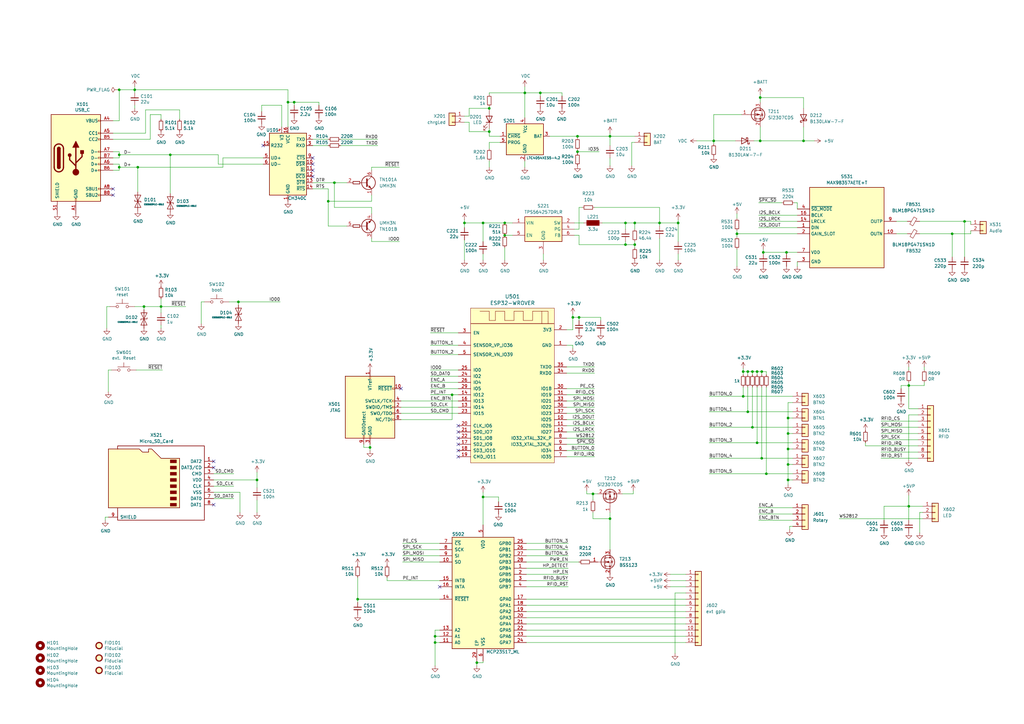
<source format=kicad_sch>
(kicad_sch (version 20230121) (generator eeschema)
  (paper "A3")
  (title_block (title "Block Diagram") (date "2023-12-19") (rev "1"))
  (junction (at 390.525 95.885))
  (junction (at 118.11 41.91))
  (junction (at 237.49 130.175))
  (junction (at 329.565 57.785))
  (junction (at 250.19 212.725))
  (junction (at 323.215 177.8))
  (junction (at 137.16 74.93))
  (junction (at 66.04 125.73))
  (junction (at 304.8 162.56))
  (junction (at 278.13 91.44))
  (junction (at 236.855 62.23))
  (junction (at 311.785 57.785))
  (junction (at 323.215 184.15))
  (junction (at 56.515 68.58))
  (junction (at 48.895 36.83))
  (junction (at 322.58 103.505))
  (junction (at 134.62 82.55))
  (junction (at 256.54 91.44))
  (junction (at 310.515 181.61))
  (junction (at 372.745 207.645))
  (junction (at 48.895 68.58))
  (junction (at 48.895 63.5))
  (junction (at 198.12 203.835))
  (junction (at 310.515 152.4))
  (junction (at 190.5 91.44))
  (junction (at 308.61 152.4))
  (junction (at 304.8 152.4))
  (junction (at 97.79 123.825))
  (junction (at 306.705 168.91))
  (junction (at 221.615 38.1))
  (junction (at 234.95 130.175))
  (junction (at 270.51 91.44))
  (junction (at 120.65 41.91))
  (junction (at 313.055 103.505))
  (junction (at 250.19 55.88))
  (junction (at 215.265 38.1))
  (junction (at 236.855 55.88))
  (junction (at 260.35 91.44))
  (junction (at 151.765 183.515))
  (junction (at 308.61 175.26))
  (junction (at 195.58 271.78))
  (junction (at 178.435 263.525))
  (junction (at 302.26 95.885))
  (junction (at 69.85 63.5))
  (junction (at 207.01 96.52))
  (junction (at 256.54 100.33))
  (junction (at 323.215 171.45))
  (junction (at 311.785 40.005))
  (junction (at 292.735 57.785))
  (junction (at 59.055 125.73))
  (junction (at 200.66 53.975))
  (junction (at 185.42 161.925))
  (junction (at 372.745 158.115))
  (junction (at 198.12 91.44))
  (junction (at 314.325 194.31))
  (junction (at 260.35 100.33))
  (junction (at 55.245 36.83))
  (junction (at 105.41 196.85))
  (junction (at 312.42 187.96))
  (junction (at 312.42 152.4))
  (junction (at 323.215 190.5))
  (junction (at 146.685 245.745))
  (junction (at 323.215 196.85))
  (junction (at 306.705 152.4))
  (junction (at 243.205 202.565))
  (junction (at 395.605 90.805))
  (junction (at 178.435 260.985))
  (junction (at 207.01 91.44))
  (junction (at 200.66 44.45))
  (no_connect (at 128.27 67.31))
  (no_connect (at 187.96 177.165))
  (no_connect (at 128.27 64.77))
  (no_connect (at 187.96 187.325))
  (no_connect (at 187.96 174.625))
  (no_connect (at 46.355 80.01))
  (no_connect (at 87.63 189.23))
  (no_connect (at 187.96 184.785))
  (no_connect (at 87.63 191.77))
  (no_connect (at 128.27 69.85))
  (no_connect (at 164.465 159.385))
  (no_connect (at 180.34 240.665))
  (no_connect (at 187.96 182.245))
  (no_connect (at 107.95 59.69))
  (no_connect (at 187.96 179.705))
  (no_connect (at 46.355 77.47))
  (no_connect (at 87.63 207.01))
  (no_connect (at 128.27 72.39))
  (wire (pts (xy 362.585 207.645) (xy 362.585 213.36)))
  (wire (pts (xy 311.785 40.005) (xy 329.565 40.005)))
  (wire (pts (xy 200.66 66.04) (xy 200.66 68.58)))
  (wire (pts (xy 290.83 187.96) (xy 312.42 187.96)))
  (wire (pts (xy 260.35 100.33) (xy 260.35 99.06)))
  (wire (pts (xy 361.315 177.8) (xy 376.555 177.8)))
  (wire (pts (xy 306.705 158.75) (xy 306.705 168.91)))
  (wire (pts (xy 278.13 106.68) (xy 278.13 104.14)))
  (wire (pts (xy 323.215 184.15) (xy 323.215 190.5)))
  (wire (pts (xy 146.685 245.745) (xy 180.34 245.745)))
  (wire (pts (xy 236.855 61.595) (xy 236.855 62.23)))
  (wire (pts (xy 309.245 57.785) (xy 311.785 57.785)))
  (wire (pts (xy 56.515 68.58) (xy 91.44 68.58)))
  (wire (pts (xy 304.8 162.56) (xy 325.12 162.56)))
  (wire (pts (xy 329.565 40.005) (xy 329.565 44.45)))
  (wire (pts (xy 361.315 185.42) (xy 376.555 185.42)))
  (wire (pts (xy 59.055 125.73) (xy 59.055 127)))
  (wire (pts (xy 165.1 222.885) (xy 180.34 222.885)))
  (wire (pts (xy 46.355 64.77) (xy 48.895 64.77)))
  (wire (pts (xy 66.04 122.555) (xy 66.04 125.73)))
  (wire (pts (xy 243.84 172.085) (xy 232.41 172.085)))
  (wire (pts (xy 73.66 45.085) (xy 73.66 48.895)))
  (wire (pts (xy 176.53 154.305) (xy 187.96 154.305)))
  (wire (pts (xy 164.465 164.465) (xy 187.96 164.465)))
  (wire (pts (xy 120.65 43.18) (xy 120.65 41.91)))
  (wire (pts (xy 323.215 165.1) (xy 323.215 171.45)))
  (wire (pts (xy 146.685 236.855) (xy 146.685 245.745)))
  (wire (pts (xy 190.5 91.44) (xy 198.12 91.44)))
  (wire (pts (xy 302.26 87.63) (xy 302.26 89.535)))
  (wire (pts (xy 207.01 101.6) (xy 207.01 106.68)))
  (wire (pts (xy 250.19 55.88) (xy 260.35 55.88)))
  (wire (pts (xy 290.83 162.56) (xy 304.8 162.56)))
  (wire (pts (xy 235.585 91.44) (xy 239.395 91.44)))
  (wire (pts (xy 87.63 194.31) (xy 95.885 194.31)))
  (wire (pts (xy 200.66 55.88) (xy 200.66 53.975)))
  (wire (pts (xy 322.58 103.505) (xy 313.055 103.505)))
  (wire (pts (xy 200.66 44.45) (xy 192.405 44.45)))
  (wire (pts (xy 323.215 171.45) (xy 323.215 177.8)))
  (wire (pts (xy 215.9 238.125) (xy 233.045 238.125)))
  (wire (pts (xy 260.35 91.44) (xy 260.35 93.98)))
  (wire (pts (xy 48.895 68.58) (xy 48.895 67.31)))
  (wire (pts (xy 176.53 159.385) (xy 187.96 159.385)))
  (wire (pts (xy 105.41 200.025) (xy 105.41 196.85)))
  (wire (pts (xy 256.54 99.06) (xy 256.54 100.33)))
  (wire (pts (xy 311.15 213.36) (xy 325.12 213.36)))
  (wire (pts (xy 313.055 102.235) (xy 313.055 103.505)))
  (wire (pts (xy 290.83 175.26) (xy 308.61 175.26)))
  (wire (pts (xy 215.265 38.1) (xy 200.66 38.1)))
  (wire (pts (xy 137.16 74.93) (xy 142.24 74.93)))
  (wire (pts (xy 82.55 123.825) (xy 82.55 132.715)))
  (wire (pts (xy 232.41 135.255) (xy 234.95 135.255)))
  (wire (pts (xy 243.84 167.005) (xy 232.41 167.005)))
  (wire (pts (xy 243.84 159.385) (xy 232.41 159.385)))
  (wire (pts (xy 185.42 161.925) (xy 187.96 161.925)))
  (wire (pts (xy 314.325 194.31) (xy 325.12 194.31)))
  (wire (pts (xy 290.83 194.31) (xy 314.325 194.31)))
  (wire (pts (xy 237.49 130.175) (xy 246.38 130.175)))
  (wire (pts (xy 215.9 263.525) (xy 281.305 263.525)))
  (wire (pts (xy 215.9 258.445) (xy 281.305 258.445)))
  (wire (pts (xy 221.615 38.1) (xy 230.505 38.1)))
  (wire (pts (xy 398.145 92.075) (xy 398.145 90.805)))
  (wire (pts (xy 118.11 41.91) (xy 120.65 41.91)))
  (wire (pts (xy 290.83 168.91) (xy 306.705 168.91)))
  (wire (pts (xy 247.015 91.44) (xy 256.54 91.44)))
  (wire (pts (xy 310.515 158.75) (xy 310.515 181.61)))
  (wire (pts (xy 192.405 50.165) (xy 190.5 50.165)))
  (wire (pts (xy 361.315 180.34) (xy 376.555 180.34)))
  (wire (pts (xy 260.35 58.42) (xy 259.08 58.42)))
  (wire (pts (xy 187.96 151.765) (xy 176.53 151.765)))
  (wire (pts (xy 270.51 91.44) (xy 270.51 92.71)))
  (wire (pts (xy 232.41 150.495) (xy 243.84 150.495)))
  (wire (pts (xy 243.84 85.09) (xy 270.51 85.09)))
  (wire (pts (xy 274.955 240.665) (xy 281.305 240.665)))
  (wire (pts (xy 151.765 182.245) (xy 151.765 183.515)))
  (wire (pts (xy 395.605 90.805) (xy 395.605 105.41)))
  (wire (pts (xy 93.98 123.825) (xy 97.79 123.825)))
  (wire (pts (xy 158.75 238.125) (xy 158.75 236.855)))
  (wire (pts (xy 255.27 202.565) (xy 259.715 202.565)))
  (wire (pts (xy 323.215 196.85) (xy 325.12 196.85)))
  (wire (pts (xy 327.025 83.185) (xy 327.025 85.725)))
  (wire (pts (xy 281.305 243.205) (xy 276.86 243.205)))
  (wire (pts (xy 256.54 91.44) (xy 260.35 91.44)))
  (wire (pts (xy 322.58 103.505) (xy 322.58 104.14)))
  (wire (pts (xy 89.535 67.31) (xy 107.95 67.31)))
  (wire (pts (xy 207.01 91.44) (xy 210.185 91.44)))
  (wire (pts (xy 372.745 158.115) (xy 372.745 156.845)))
  (wire (pts (xy 292.735 57.785) (xy 292.735 59.055)))
  (wire (pts (xy 180.34 263.525) (xy 178.435 263.525)))
  (wire (pts (xy 308.61 152.4) (xy 310.515 152.4)))
  (wire (pts (xy 311.15 208.28) (xy 325.12 208.28)))
  (wire (pts (xy 185.42 172.085) (xy 185.42 161.925)))
  (wire (pts (xy 232.41 184.785) (xy 243.84 184.785)))
  (wire (pts (xy 187.96 145.415) (xy 176.53 145.415)))
  (wire (pts (xy 215.9 240.665) (xy 233.045 240.665)))
  (wire (pts (xy 152.4 68.58) (xy 163.83 68.58)))
  (wire (pts (xy 243.205 210.185) (xy 243.205 212.725)))
  (wire (pts (xy 165.1 225.425) (xy 180.34 225.425)))
  (wire (pts (xy 200.66 53.975) (xy 192.405 53.975)))
  (wire (pts (xy 312.42 187.96) (xy 325.12 187.96)))
  (wire (pts (xy 379.095 156.845) (xy 379.095 158.115)))
  (wire (pts (xy 232.41 174.625) (xy 243.84 174.625)))
  (wire (pts (xy 118.11 41.91) (xy 118.11 52.07)))
  (wire (pts (xy 200.66 38.1) (xy 200.66 38.735)))
  (wire (pts (xy 134.62 77.47) (xy 134.62 82.55)))
  (wire (pts (xy 234.95 130.175) (xy 237.49 130.175)))
  (wire (pts (xy 311.15 93.345) (xy 327.025 93.345)))
  (wire (pts (xy 83.82 123.825) (xy 82.55 123.825)))
  (wire (pts (xy 236.855 56.515) (xy 236.855 55.88)))
  (wire (pts (xy 259.715 201.295) (xy 259.715 202.565)))
  (wire (pts (xy 46.355 57.15) (xy 61.595 57.15)))
  (wire (pts (xy 215.9 245.745) (xy 281.305 245.745)))
  (wire (pts (xy 225.425 55.88) (xy 236.855 55.88)))
  (wire (pts (xy 306.705 152.4) (xy 306.705 153.67)))
  (wire (pts (xy 55.245 38.1) (xy 55.245 36.83)))
  (wire (pts (xy 137.16 74.93) (xy 137.16 85.09)))
  (wire (pts (xy 195.58 271.145) (xy 195.58 271.78)))
  (wire (pts (xy 178.435 260.985) (xy 178.435 263.525)))
  (wire (pts (xy 290.83 181.61) (xy 310.515 181.61)))
  (wire (pts (xy 313.055 103.505) (xy 313.055 104.14)))
  (wire (pts (xy 377.19 90.805) (xy 395.605 90.805)))
  (wire (pts (xy 243.205 212.725) (xy 250.19 212.725)))
  (wire (pts (xy 235.585 93.98) (xy 237.49 93.98)))
  (wire (pts (xy 237.49 96.52) (xy 237.49 100.33)))
  (wire (pts (xy 195.58 271.78) (xy 195.58 273.05)))
  (wire (pts (xy 369.57 158.115) (xy 369.57 159.385)))
  (wire (pts (xy 270.51 91.44) (xy 260.35 91.44)))
  (wire (pts (xy 372.745 207.645) (xy 362.585 207.645)))
  (wire (pts (xy 215.9 235.585) (xy 233.045 235.585)))
  (wire (pts (xy 367.665 90.805) (xy 372.11 90.805)))
  (wire (pts (xy 302.26 102.235) (xy 302.26 109.22)))
  (wire (pts (xy 395.605 90.805) (xy 398.145 90.805)))
  (wire (pts (xy 215.9 230.505) (xy 237.49 230.505)))
  (wire (pts (xy 236.855 62.23) (xy 245.745 62.23)))
  (wire (pts (xy 256.54 91.44) (xy 256.54 93.98)))
  (wire (pts (xy 376.555 167.64) (xy 372.745 167.64)))
  (wire (pts (xy 55.245 35.56) (xy 55.245 36.83)))
  (wire (pts (xy 274.955 235.585) (xy 281.305 235.585)))
  (wire (pts (xy 215.265 38.1) (xy 221.615 38.1)))
  (wire (pts (xy 215.265 38.1) (xy 215.265 48.26)))
  (wire (pts (xy 164.465 167.005) (xy 187.96 167.005)))
  (wire (pts (xy 198.12 203.835) (xy 198.12 201.93)))
  (wire (pts (xy 354.965 182.88) (xy 376.555 182.88)))
  (wire (pts (xy 61.595 46.99) (xy 66.04 46.99)))
  (wire (pts (xy 97.79 123.825) (xy 97.79 125.095)))
  (wire (pts (xy 198.12 271.78) (xy 195.58 271.78)))
  (wire (pts (xy 292.735 46.99) (xy 292.735 57.785)))
  (wire (pts (xy 221.615 38.1) (xy 221.615 39.37)))
  (wire (pts (xy 48.895 69.85) (xy 48.895 68.58)))
  (wire (pts (xy 118.11 36.83) (xy 118.11 41.91)))
  (wire (pts (xy 59.69 45.085) (xy 73.66 45.085)))
  (wire (pts (xy 323.215 184.15) (xy 325.12 184.15)))
  (wire (pts (xy 237.49 93.98) (xy 237.49 85.09)))
  (wire (pts (xy 235.585 96.52) (xy 237.49 96.52)))
  (wire (pts (xy 48.26 36.83) (xy 48.895 36.83)))
  (wire (pts (xy 311.785 57.785) (xy 329.565 57.785)))
  (wire (pts (xy 304.8 153.67) (xy 304.8 152.4)))
  (wire (pts (xy 278.13 90.17) (xy 278.13 91.44)))
  (wire (pts (xy 200.66 53.975) (xy 200.66 52.705)))
  (wire (pts (xy 190.5 93.345) (xy 190.5 91.44)))
  (wire (pts (xy 205.105 58.42) (xy 200.66 58.42)))
  (wire (pts (xy 329.565 57.785) (xy 334.01 57.785)))
  (wire (pts (xy 190.5 91.44) (xy 190.5 90.17)))
  (wire (pts (xy 46.355 54.61) (xy 59.69 54.61)))
  (wire (pts (xy 215.9 222.885) (xy 233.045 222.885)))
  (wire (pts (xy 48.895 62.23) (xy 48.895 63.5)))
  (wire (pts (xy 176.53 136.525) (xy 187.96 136.525)))
  (wire (pts (xy 115.57 52.07) (xy 115.57 43.18)))
  (wire (pts (xy 176.53 156.845) (xy 187.96 156.845)))
  (wire (pts (xy 243.205 202.565) (xy 245.11 202.565)))
  (wire (pts (xy 232.41 164.465) (xy 243.84 164.465)))
  (wire (pts (xy 377.19 210.185) (xy 378.46 210.185)))
  (wire (pts (xy 152.4 99.06) (xy 163.83 99.06)))
  (wire (pts (xy 302.26 95.885) (xy 302.26 94.615)))
  (wire (pts (xy 314.325 158.75) (xy 314.325 194.31)))
  (wire (pts (xy 55.245 36.83) (xy 118.11 36.83)))
  (wire (pts (xy 311.15 210.82) (xy 325.12 210.82)))
  (wire (pts (xy 237.49 130.175) (xy 237.49 131.445)))
  (wire (pts (xy 46.355 69.85) (xy 48.895 69.85)))
  (wire (pts (xy 234.95 135.255) (xy 234.95 130.175)))
  (wire (pts (xy 69.85 63.5) (xy 89.535 63.5)))
  (wire (pts (xy 66.04 125.73) (xy 76.2 125.73)))
  (wire (pts (xy 178.435 263.525) (xy 178.435 273.05)))
  (wire (pts (xy 311.15 83.185) (xy 320.675 83.185)))
  (wire (pts (xy 308.61 175.26) (xy 325.12 175.26)))
  (wire (pts (xy 329.565 57.785) (xy 329.565 52.07)))
  (wire (pts (xy 327.025 103.505) (xy 322.58 103.505)))
  (wire (pts (xy 215.265 68.58) (xy 215.265 66.04)))
  (wire (pts (xy 302.26 95.885) (xy 302.26 97.155)))
  (wire (pts (xy 152.4 82.55) (xy 134.62 82.55)))
  (wire (pts (xy 200.66 58.42) (xy 200.66 60.96)))
  (wire (pts (xy 302.26 95.885) (xy 327.025 95.885)))
  (wire (pts (xy 107.315 43.18) (xy 107.315 45.72)))
  (wire (pts (xy 372.745 151.765) (xy 372.745 150.495)))
  (wire (pts (xy 323.215 190.5) (xy 323.215 196.85)))
  (wire (pts (xy 151.765 183.515) (xy 151.765 184.785)))
  (wire (pts (xy 128.27 57.15) (xy 134.62 57.15)))
  (wire (pts (xy 234.95 141.605) (xy 234.95 142.875)))
  (wire (pts (xy 361.315 172.72) (xy 376.555 172.72)))
  (wire (pts (xy 372.745 167.64) (xy 372.745 158.115)))
  (wire (pts (xy 192.405 44.45) (xy 192.405 47.625)))
  (wire (pts (xy 149.225 182.245) (xy 149.225 183.515)))
  (wire (pts (xy 236.855 55.88) (xy 250.19 55.88)))
  (wire (pts (xy 323.215 171.45) (xy 325.12 171.45)))
  (wire (pts (xy 149.225 183.515) (xy 151.765 183.515)))
  (wire (pts (xy 55.245 43.18) (xy 55.245 44.45)))
  (wire (pts (xy 46.355 49.53) (xy 48.895 49.53)))
  (wire (pts (xy 327.025 107.315) (xy 327.025 109.22)))
  (wire (pts (xy 304.8 151.13) (xy 304.8 152.4)))
  (wire (pts (xy 158.75 238.125) (xy 180.34 238.125)))
  (wire (pts (xy 97.79 123.825) (xy 114.935 123.825)))
  (wire (pts (xy 323.215 190.5) (xy 325.12 190.5)))
  (wire (pts (xy 304.8 162.56) (xy 304.8 158.75)))
  (wire (pts (xy 66.04 46.99) (xy 66.04 48.895)))
  (wire (pts (xy 43.18 212.09) (xy 43.18 213.36)))
  (wire (pts (xy 44.45 212.09) (xy 43.18 212.09)))
  (wire (pts (xy 312.42 152.4) (xy 314.325 152.4)))
  (wire (pts (xy 256.54 100.33) (xy 260.35 100.33)))
  (wire (pts (xy 234.95 130.175) (xy 234.95 128.905)))
  (wire (pts (xy 48.895 63.5) (xy 69.85 63.5)))
  (wire (pts (xy 237.49 100.33) (xy 256.54 100.33)))
  (wire (pts (xy 190.5 98.425) (xy 190.5 106.68)))
  (wire (pts (xy 308.61 152.4) (xy 308.61 153.67)))
  (wire (pts (xy 198.12 91.44) (xy 207.01 91.44)))
  (wire (pts (xy 48.895 64.77) (xy 48.895 63.5)))
  (wire (pts (xy 306.705 168.91) (xy 325.12 168.91)))
  (wire (pts (xy 354.965 182.88) (xy 354.965 181.61)))
  (wire (pts (xy 198.12 91.44) (xy 198.12 99.06)))
  (wire (pts (xy 192.405 53.975) (xy 192.405 50.165)))
  (wire (pts (xy 178.435 260.985) (xy 180.34 260.985)))
  (wire (pts (xy 192.405 47.625) (xy 190.5 47.625)))
  (wire (pts (xy 240.665 201.295) (xy 240.665 202.565)))
  (wire (pts (xy 207.01 96.52) (xy 210.185 96.52)))
  (wire (pts (xy 372.745 207.645) (xy 372.745 213.36)))
  (wire (pts (xy 56.515 78.74) (xy 56.515 68.58)))
  (wire (pts (xy 327.025 88.265) (xy 311.15 88.265)))
  (wire (pts (xy 45.72 151.765) (xy 44.45 151.765)))
  (wire (pts (xy 115.57 43.18) (xy 107.315 43.18)))
  (wire (pts (xy 215.9 250.825) (xy 281.305 250.825)))
  (wire (pts (xy 89.535 67.31) (xy 89.535 63.5)))
  (wire (pts (xy 165.1 227.965) (xy 180.34 227.965)))
  (wire (pts (xy 312.42 158.75) (xy 312.42 187.96)))
  (wire (pts (xy 215.265 35.56) (xy 215.265 38.1)))
  (wire (pts (xy 304.165 46.99) (xy 292.735 46.99)))
  (wire (pts (xy 91.44 64.77) (xy 107.95 64.77)))
  (wire (pts (xy 95.885 199.39) (xy 87.63 199.39)))
  (wire (pts (xy 232.41 153.035) (xy 243.84 153.035)))
  (wire (pts (xy 215.9 253.365) (xy 281.305 253.365)))
  (wire (pts (xy 232.41 179.705) (xy 243.84 179.705)))
  (wire (pts (xy 379.095 150.495) (xy 379.095 151.765)))
  (wire (pts (xy 48.895 68.58) (xy 56.515 68.58)))
  (wire (pts (xy 139.7 57.15) (xy 154.94 57.15)))
  (wire (pts (xy 312.42 152.4) (xy 312.42 153.67)))
  (wire (pts (xy 237.49 85.09) (xy 238.76 85.09)))
  (wire (pts (xy 310.515 152.4) (xy 310.515 153.67)))
  (wire (pts (xy 372.745 207.645) (xy 378.46 207.645)))
  (wire (pts (xy 243.84 161.925) (xy 232.41 161.925)))
  (wire (pts (xy 59.055 125.73) (xy 66.04 125.73)))
  (wire (pts (xy 180.34 258.445) (xy 178.435 258.445)))
  (wire (pts (xy 311.785 40.005) (xy 311.785 41.91)))
  (wire (pts (xy 304.8 152.4) (xy 306.705 152.4)))
  (wire (pts (xy 274.955 238.125) (xy 281.305 238.125)))
  (wire (pts (xy 259.08 58.42) (xy 259.08 67.945)))
  (wire (pts (xy 98.425 201.93) (xy 98.425 210.185)))
  (wire (pts (xy 134.62 59.69) (xy 128.27 59.69)))
  (wire (pts (xy 198.12 271.145) (xy 198.12 271.78)))
  (wire (pts (xy 215.9 260.985) (xy 281.305 260.985)))
  (wire (pts (xy 240.665 202.565) (xy 243.205 202.565)))
  (wire (pts (xy 270.51 85.09) (xy 270.51 91.44)))
  (wire (pts (xy 367.665 95.885) (xy 372.11 95.885)))
  (wire (pts (xy 200.66 44.45) (xy 200.66 45.085)))
  (wire (pts (xy 372.745 203.2) (xy 372.745 207.645)))
  (wire (pts (xy 310.515 181.61) (xy 325.12 181.61)))
  (wire (pts (xy 377.19 95.885) (xy 390.525 95.885)))
  (wire (pts (xy 204.47 203.835) (xy 204.47 205.74)))
  (wire (pts (xy 59.69 54.61) (xy 59.69 45.085)))
  (wire (pts (xy 246.38 130.175) (xy 246.38 131.445)))
  (wire (pts (xy 276.86 243.205) (xy 276.86 267.97)))
  (wire (pts (xy 232.41 187.325) (xy 243.84 187.325)))
  (wire (pts (xy 204.47 203.835) (xy 198.12 203.835)))
  (wire (pts (xy 222.885 104.14) (xy 222.885 106.68)))
  (wire (pts (xy 137.16 85.09) (xy 152.4 85.09)))
  (wire (pts (xy 45.085 125.73) (xy 43.815 125.73)))
  (wire (pts (xy 344.17 212.725) (xy 378.46 212.725)))
  (wire (pts (xy 55.245 125.73) (xy 59.055 125.73)))
  (wire (pts (xy 152.4 68.58) (xy 152.4 69.85)))
  (wire (pts (xy 398.145 94.615) (xy 398.145 95.885)))
  (wire (pts (xy 215.9 233.045) (xy 233.045 233.045)))
  (wire (pts (xy 243.205 202.565) (xy 243.205 205.105)))
  (wire (pts (xy 198.12 106.68) (xy 198.12 104.14)))
  (wire (pts (xy 390.525 95.885) (xy 390.525 105.41)))
  (wire (pts (xy 311.785 52.07) (xy 311.785 57.785)))
  (wire (pts (xy 91.44 68.58) (xy 91.44 64.77)))
  (wire (pts (xy 164.465 172.085) (xy 185.42 172.085)))
  (wire (pts (xy 87.63 204.47) (xy 95.885 204.47)))
  (wire (pts (xy 323.215 177.8) (xy 325.12 177.8)))
  (wire (pts (xy 44.45 151.765) (xy 44.45 160.655)))
  (wire (pts (xy 292.735 57.785) (xy 301.625 57.785)))
  (wire (pts (xy 87.63 201.93) (xy 98.425 201.93)))
  (wire (pts (xy 311.785 38.735) (xy 311.785 40.005)))
  (wire (pts (xy 187.96 141.605) (xy 176.53 141.605)))
  (wire (pts (xy 105.41 205.105) (xy 105.41 210.185)))
  (wire (pts (xy 200.66 43.815) (xy 200.66 44.45)))
  (wire (pts (xy 66.04 133.35) (xy 66.04 134.62)))
  (wire (pts (xy 308.61 158.75) (xy 308.61 175.26)))
  (wire (pts (xy 323.215 196.85) (xy 323.215 198.755)))
  (wire (pts (xy 61.595 57.15) (xy 61.595 46.99)))
  (wire (pts (xy 198.12 203.835) (xy 198.12 215.265)))
  (wire (pts (xy 270.51 97.79) (xy 270.51 106.68)))
  (wire (pts (xy 250.19 54.61) (xy 250.19 55.88)))
  (wire (pts (xy 215.9 225.425) (xy 233.045 225.425)))
  (wire (pts (xy 105.41 196.85) (xy 87.63 196.85)))
  (wire (pts (xy 48.895 36.83) (xy 48.895 49.53)))
  (wire (pts (xy 236.855 62.23) (xy 236.855 62.865)))
  (wire (pts (xy 105.41 193.675) (xy 105.41 196.85)))
  (wire (pts (xy 215.9 227.965) (xy 233.045 227.965)))
  (wire (pts (xy 243.84 182.245) (xy 232.41 182.245)))
  (wire (pts (xy 310.515 152.4) (xy 312.42 152.4)))
  (wire (pts (xy 178.435 258.445) (xy 178.435 260.985)))
  (wire (pts (xy 139.7 59.69) (xy 154.94 59.69)))
  (wire (pts (xy 230.505 38.1) (xy 230.505 39.37)))
  (wire (pts (xy 128.27 74.93) (xy 137.16 74.93)))
  (wire (pts (xy 376.555 170.18) (xy 372.745 170.18)))
  (wire (pts (xy 128.27 77.47) (xy 134.62 77.47)))
  (wire (pts (xy 152.4 80.01) (xy 152.4 82.55)))
  (wire (pts (xy 215.9 255.905) (xy 281.305 255.905)))
  (wire (pts (xy 323.215 177.8) (xy 323.215 184.15)))
  (wire (pts (xy 146.685 245.745) (xy 146.685 247.015)))
  (wire (pts (xy 165.1 230.505) (xy 180.34 230.505)))
  (wire (pts (xy 46.355 67.31) (xy 48.895 67.31)))
  (wire (pts (xy 120.65 41.91) (xy 130.81 41.91)))
  (wire (pts (xy 243.84 177.165) (xy 232.41 177.165)))
  (wire (pts (xy 311.15 90.805) (xy 327.025 90.805)))
  (wire (pts (xy 152.4 85.09) (xy 152.4 87.63)))
  (wire (pts (xy 176.53 161.925) (xy 185.42 161.925)))
  (wire (pts (xy 285.75 57.785) (xy 292.735 57.785)))
  (wire (pts (xy 325.12 215.9) (xy 323.85 215.9)))
  (wire (pts (xy 232.41 141.605) (xy 234.95 141.605)))
  (wire (pts (xy 250.19 64.77) (xy 250.19 67.945)))
  (wire (pts (xy 361.315 175.26) (xy 376.555 175.26)))
  (wire (pts (xy 372.745 170.18) (xy 372.745 188.595)))
  (wire (pts (xy 69.85 79.375) (xy 69.85 63.5)))
  (wire (pts (xy 46.355 62.23) (xy 48.895 62.23)))
  (wire (pts (xy 250.19 212.725) (xy 250.19 225.425)))
  (wire (pts (xy 278.13 91.44) (xy 278.13 99.06)))
  (wire (pts (xy 260.35 100.33) (xy 260.35 101.6)))
  (wire (pts (xy 270.51 91.44) (xy 278.13 91.44)))
  (wire (pts (xy 48.895 36.83) (xy 55.245 36.83)))
  (wire (pts (xy 314.325 152.4) (xy 314.325 153.67)))
  (wire (pts (xy 134.62 92.71) (xy 142.24 92.71)))
  (wire (pts (xy 55.88 151.765) (xy 66.675 151.765)))
  (wire (pts (xy 325.12 165.1) (xy 323.215 165.1)))
  (wire (pts (xy 372.745 158.115) (xy 369.57 158.115)))
  (wire (pts (xy 232.41 169.545) (xy 243.84 169.545)))
  (wire (pts (xy 325.755 83.185) (xy 327.025 83.185)))
  (wire (pts (xy 205.105 55.88) (xy 200.66 55.88)))
  (wire (pts (xy 323.85 215.9) (xy 323.85 217.17)))
  (wire (pts (xy 134.62 82.55) (xy 134.62 92.71)))
  (wire (pts (xy 152.4 97.79) (xy 152.4 99.06)))
  (wire (pts (xy 130.81 41.91) (xy 130.81 43.18)))
  (wire (pts (xy 250.19 210.185) (xy 250.19 212.725)))
  (wire (pts (xy 250.19 55.88) (xy 250.19 59.69)))
  (wire (pts (xy 164.465 169.545) (xy 187.96 169.545)))
  (wire (pts (xy 306.705 152.4) (xy 308.61 152.4)))
  (wire (pts (xy 215.9 248.285) (xy 281.305 248.285)))
  (wire (pts (xy 66.04 125.73) (xy 66.04 128.27)))
  (wire (pts (xy 43.815 125.73) (xy 43.815 134.62)))
  (wire (pts (xy 377.19 210.185) (xy 377.19 218.44)))
  (wire (pts (xy 372.745 158.115) (xy 379.095 158.115)))
  (wire (pts (xy 390.525 95.885) (xy 398.145 95.885)))
  (wire (pts (xy 361.315 187.96) (xy 376.555 187.96)))
  (label "BUTTON_0" (at 243.84 184.785 180))
  (label "ENC_BTN" (at 311.15 213.36 0))
  (label "RFID_IRQ" (at 243.84 187.325 180))
  (label "~{RESET}" (at 66.675 151.765 180))
  (label "HP_EN" (at 233.045 235.585 180))
  (label "PE_INT" (at 176.53 161.925 0))
  (label "IO00" (at 176.53 151.765 0))
  (label "RTS" (at 129.54 77.47 0))
  (label "SPI_SCK" (at 243.84 169.545 180))
  (label "SD_DAT0" (at 95.885 204.47 180))
  (label "SD_CLK" (at 95.885 199.39 180))
  (label "BUTTON_5" (at 233.045 227.965 180))
  (label "WS2812" (at 243.84 179.705 180))
  (label "I2S_DOUT" (at 311.15 93.345 0))
  (label "BUTTON_4" (at 233.045 225.425 180))
  (label "~{RESET}" (at 163.83 68.58 180))
  (label "RFID_CS" (at 361.315 172.72 0))
  (label "~{RESET}" (at 176.53 136.525 0))
  (label "TXD0" (at 243.84 150.495 180))
  (label "~{SPK_SD}" (at 311.15 83.185 0))
  (label "BUTTON_5" (at 290.83 194.31 0))
  (label "ENC_A" (at 176.53 156.845 0))
  (label "ENC_A" (at 311.15 208.28 0))
  (label "SPI_MOSI" (at 361.315 175.26 0))
  (label "TXD0" (at 154.94 59.69 180))
  (label "~{SPK_SD}" (at 243.84 182.245 180))
  (label "BUTTON_4" (at 290.83 187.96 0))
  (label "RFID_BUSY" (at 233.045 238.125 180))
  (label "SPI_MOSI" (at 165.1 227.965 0))
  (label "ENC_B" (at 176.53 159.385 0))
  (label "SD_DAT0" (at 176.53 154.305 0))
  (label "I2S_BCLK" (at 311.15 88.265 0))
  (label "SPI_MISO" (at 165.1 230.505 0))
  (label "PE_CS" (at 243.84 159.385 180))
  (label "RFID_RST" (at 233.045 240.665 180))
  (label "HP_DETECT" (at 233.045 233.045 180))
  (label "BUTTON_0" (at 290.83 162.56 0))
  (label "IO35" (at 245.745 62.23 180))
  (label "BUTTON_1" (at 290.83 168.91 0))
  (label "I2S_LRCK" (at 243.84 177.165 180))
  (label "IO00" (at 163.83 99.06 180))
  (label "RFID_RST" (at 361.315 187.96 0))
  (label "BUTTON_2" (at 290.83 175.26 0))
  (label "BUTTON_3" (at 290.83 181.61 0))
  (label "PE_CS" (at 165.1 222.885 0))
  (label "RXD0" (at 243.84 153.035 180))
  (label "PE_INT" (at 165.1 238.125 0))
  (label "~{RESET}" (at 76.2 125.73 180))
  (label "RXD0" (at 154.94 57.15 180))
  (label "BUTTON_3" (at 233.045 222.885 180))
  (label "BUTTON_1" (at 176.53 141.605 0))
  (label "SPI_SCK" (at 361.315 180.34 0))
  (label "SPI_MISO" (at 361.315 177.8 0))
  (label "I2S_LRCK" (at 311.15 90.805 0))
  (label "ENC_B" (at 311.15 210.82 0))
  (label "RFID_IRQ" (at 361.315 182.88 0))
  (label "SPI_MOSI" (at 243.84 164.465 180))
  (label "PWR_EN" (at 233.045 230.505 180))
  (label "RFID_BUSY" (at 361.315 185.42 0))
  (label "D+" (at 50.8 68.58 0))
  (label "D-" (at 50.8 63.5 0))
  (label "IO00" (at 114.935 123.825 180))
  (label "WS2812" (at 344.17 212.725 0))
  (label "SD_CLK" (at 176.53 167.005 0))
  (label "DTR" (at 129.54 74.93 0))
  (label "SD_CMD" (at 176.53 169.545 0))
  (label "SPI_MISO" (at 243.84 167.005 180))
  (label "I2S_DOUT" (at 243.84 172.085 180))
  (label "SD_CMD" (at 95.885 194.31 180))
  (label "BUTTON_2" (at 176.53 145.415 0))
  (label "ENC_BTN" (at 176.53 164.465 0))
  (label "I2S_BCLK" (at 243.84 174.625 180))
  (label "SPI_SCK" (at 165.1 225.425 0))
  (label "RFID_CS" (at 243.84 161.925 180))
  (symbol (lib_id "Mechanical:MountingHole") (at 16.51 264.795 0) (unit 1)
    (property "Reference" "H101" (at 19.05 263.6266 0) (effects (justify left)))
    (property "Value" "MountingHole" (at 19.05 265.938 0) (effects (justify left)))
    (property "Footprint" "MountingHole:MountingHole_3.2mm_M3" (effects hide))
  )
  (symbol (lib_id "Mechanical:MountingHole") (at 16.51 269.875 0) (unit 1)
    (property "Reference" "H102" (at 19.05 268.7066 0) (effects (justify left)))
    (property "Value" "MountingHole" (at 19.05 271.018 0) (effects (justify left)))
    (property "Footprint" "MountingHole:MountingHole_3.2mm_M3" (effects hide))
  )
  (symbol (lib_id "Mechanical:MountingHole") (at 16.51 274.955 0) (unit 1)
    (property "Reference" "H103" (at 19.05 273.7866 0) (effects (justify left)))
    (property "Value" "MountingHole" (at 19.05 276.098 0) (effects (justify left)))
    (property "Footprint" "MountingHole:MountingHole_3.2mm_M3" (effects hide))
  )
  (symbol (lib_id "Mechanical:Fiducial") (at 40.64 264.795 0) (unit 1)
    (property "Reference" "FID101" (at 42.799 263.6266 0) (effects (justify left)))
    (property "Value" "Fiducial" (at 42.799 265.938 0) (effects (justify left)))
    (property "Footprint" "Fiducial:Fiducial_1mm_Mask2mm" (effects hide))
  )
  (symbol (lib_id "Mechanical:Fiducial") (at 40.64 269.875 0) (unit 1)
    (property "Reference" "FID102" (at 42.799 268.7066 0) (effects (justify left)))
    (property "Value" "Fiducial" (at 42.799 271.018 0) (effects (justify left)))
    (property "Footprint" "Fiducial:Fiducial_1mm_Mask2mm" (effects hide))
  )
  (symbol (lib_id "Mechanical:Fiducial") (at 40.64 274.955 0) (unit 1)
    (property "Reference" "FID103" (at 42.799 273.7866 0) (effects (justify left)))
    (property "Value" "Fiducial" (at 42.799 276.098 0) (effects (justify left)))
    (property "Footprint" "Fiducial:Fiducial_1mm_Mask2mm" (effects hide))
  )
  (symbol (lib_id "power:GND") (at 276.86 267.97 0) (unit 1)
    (property "Reference" "#PWR0612" (effects hide))
    (property "Value" "GND" (at 276.987 272.3642 0))
  )
  (symbol (lib_id "Device:C_Small") (at 372.745 215.9 0) (mirror y) (unit 1)
    (property "Reference" "C603" (at 370.4082 214.7316 0) (effects (justify left)))
    (property "Value" "100n" (at 370.4082 217.043 0) (effects (justify left)))
    (property "Footprint" "Capacitor_SMD:C_0603_1608Metric" (effects hide))
    (property "Partnumber" "133-5641" (effects hide))
    (property "Supplier" "RS-Components" (effects hide))
  )
  (symbol (lib_id "Connector_Generic:Conn_01x12") (at 286.385 248.285 0) (unit 1)
    (property "Reference" "J602" (at 289.56 248.285 0) (effects (justify left)))
    (property "Value" "ext gpio" (at 289.56 250.825 0) (effects (justify left)))
    (property "Footprint" "Connector_PinHeader_2.54mm:PinHeader_2x06_P2.54mm_Vertical" (effects hide))
  )
  (symbol (lib_id "Connector_Generic:Conn_01x09") (at 381.635 177.8 0) (unit 1)
    (property "Reference" "X601" (at 384.81 176.53 0) (effects (justify left)))
    (property "Value" "RFID" (at 384.81 179.07 0) (effects (justify left)))
    (property "Footprint" "Connector_JST:JST_XH_B9B-XH-A_1x09_P2.50mm_Vertical" (effects hide))
  )
  (symbol (lib_id "Device:C_Small") (at 105.41 202.565 0) (unit 1)
    (property "Reference" "C521" (at 107.7468 201.3966 0) (effects (justify left)))
    (property "Value" "100n" (at 107.7468 203.708 0) (effects (justify left)))
    (property "Footprint" "Capacitor_SMD:C_0603_1608Metric" (effects hide))
    (property "Partnumber" "133-5641" (effects hide))
    (property "Supplier" "RS-Components" (effects hide))
  )
  (symbol (lib_id "Device:C_Small") (at 390.525 107.95 0) (mirror y) (unit 1)
    (property "Reference" "C533" (at 388.1882 106.7816 0) (effects (justify left)))
    (property "Value" "220p" (at 388.1882 109.093 0) (effects (justify left)))
    (property "Footprint" "Capacitor_SMD:C_0603_1608Metric" (effects hide))
    (property "Partnumber" "133-5641" (effects hide))
    (property "Supplier" "RS-Components" (effects hide))
  )
  (symbol (lib_id "power:+BATT") (at 250.19 54.61 0) (unit 1)
    (property "Reference" "#PWR0145" (effects hide))
    (property "Value" "+BATT" (at 250.19 49.53 0))
  )
  (symbol (lib_id "Device:R_Small") (at 314.325 156.21 0) (mirror x) (unit 1)
    (property "Reference" "R607" (at 321.31 160.655 0) (effects (justify right)))
    (property "Value" "1k" (effects hide))
    (property "Footprint" "Resistor_SMD:R_0603_1608Metric" (effects hide))
    (property "Supplier" "RS-Components" (effects hide))
  )
  (symbol (lib_id "power:VDC") (at 55.245 35.56 0) (unit 1)
    (property "Reference" "#PWR0105" (effects hide))
    (property "Value" "VDC" (at 55.626 31.1658 0))
  )
  (symbol (lib_id "power:GND") (at 234.95 142.875 0) (unit 1)
    (property "Reference" "#PWR0136" (effects hide))
    (property "Value" "GND" (at 235.077 147.2692 0))
  )
  (symbol (lib_id "power:GND") (at 190.5 106.68 0) (unit 1)
    (property "Reference" "#PWR0143" (effects hide))
    (property "Value" "GND" (at 190.627 111.0742 0))
  )
  (symbol (lib_id "Device:R_Small") (at 354.965 179.07 0) (mirror x) (unit 1)
    (property "Reference" "R601" (at 353.4664 177.9016 0) (effects (justify right)))
    (property "Value" "10k" (at 353.4664 180.213 0) (effects (justify right)))
    (property "Footprint" "Resistor_SMD:R_0603_1608Metric" (effects hide))
    (property "Supplier" "RS-Components" (effects hide))
  )
  (symbol (lib_id "power:GND") (at 118.11 82.55 0) (unit 1)
    (property "Reference" "#PWR0122" (effects hide))
    (property "Value" "GND" (at 118.237 86.9442 0))
  )
  (symbol (lib_id "Device:R_Small") (at 137.16 57.15 270) (unit 1)
    (property "Reference" "R104" (at 134.62 55.88 90) (effects (justify right)))
    (property "Value" "220R" (at 139.7 55.88 90) (effects (justify left)))
    (property "Footprint" "Resistor_SMD:R_0603_1608Metric" (effects hide))
    (property "Supplier" "RS-Components" (effects hide))
  )
  (symbol (lib_id "power:+3.3V") (at 354.965 176.53 0) (unit 1)
    (property "Reference" "#PWR0158" (effects hide))
    (property "Value" "+3.3V" (at 355.346 172.1358 0))
  )
  (symbol (lib_id "Device:R_Small") (at 200.66 41.275 0) (mirror x) (unit 1)
    (property "Reference" "R201" (at 199.1614 40.1066 0) (effects (justify right)))
    (property "Value" "1k" (at 199.1614 42.418 0) (effects (justify right)))
    (property "Footprint" "Resistor_SMD:R_0603_1608Metric" (effects hide))
    (property "Supplier" "RS-Components" (effects hide))
  )
  (symbol (lib_id "power:+5V") (at 274.955 240.665 90) (unit 1)
    (property "Reference" "#PWR0611" (effects hide))
    (property "Value" "+5V" (at 271.78 240.665 90) (effects (justify left)))
  )
  (symbol (lib_id "power:GND") (at 69.85 86.995 0) (unit 1)
    (property "Reference" "#PWR0110" (effects hide))
    (property "Value" "GND" (at 69.977 91.3892 0))
  )
  (symbol (lib_id "power:GND") (at 44.45 160.655 0) (unit 1)
    (property "Reference" "#PWR0607" (effects hide))
    (property "Value" "GND" (at 44.577 165.0492 0))
  )
  (symbol (lib_id "Device:R_Small") (at 312.42 156.21 0) (mirror x) (unit 1)
    (property "Reference" "R606" (at 321.31 158.75 0) (effects (justify right)))
    (property "Value" "1k" (effects hide))
    (property "Footprint" "Resistor_SMD:R_0603_1608Metric" (effects hide))
    (property "Supplier" "RS-Components" (effects hide))
  )
  (symbol (lib_id "Device:C_Small") (at 120.65 45.72 0) (unit 1)
    (property "Reference" "C105" (at 122.9868 44.5516 0) (effects (justify left)))
    (property "Value" "2.2u" (at 122.9868 46.863 0) (effects (justify left)))
    (property "Footprint" "Capacitor_SMD:C_0603_1608Metric" (effects hide))
    (property "Supplier" "RS-Components" (effects hide))
  )
  (symbol (lib_id "power:+3.3V") (at 66.04 117.475 0) (unit 1)
    (property "Reference" "#PWR0112" (effects hide))
    (property "Value" "+3.3V" (at 66.421 113.0808 0))
  )
  (symbol (lib_id "power:GND") (at 323.215 198.755 0) (unit 1)
    (property "Reference" "#PWR0167" (effects hide))
    (property "Value" "GND" (at 323.342 203.1492 0))
  )
  (symbol (lib_id "power:GND") (at 237.49 136.525 0) (unit 1)
    (property "Reference" "#PWR0138" (effects hide))
    (property "Value" "GND" (at 237.617 140.9192 0))
  )
  (symbol (lib_id "Device:R_Small") (at 240.03 230.505 270) (mirror x) (unit 1)
    (property "Reference" "R212" (at 240.03 224.79 90))
    (property "Value" "220R" (at 240.03 227.33 90))
    (property "Footprint" "Resistor_SMD:R_0603_1608Metric" (effects hide))
    (property "Supplier" "RS-Components" (effects hide))
  )
  (symbol (lib_id "power:+BATT") (at 311.785 38.735 0) (unit 1)
    (property "Reference" "#PWR0172" (effects hide))
    (property "Value" "+BATT" (at 311.785 33.655 0))
  )
  (symbol (lib_id "power:GND") (at 302.26 109.22 0) (unit 1)
    (property "Reference" "#PWR0151" (effects hide))
    (property "Value" "GND" (at 302.387 113.6142 0))
  )
  (symbol (lib_id "power:GND") (at 120.65 48.26 0) (unit 1)
    (property "Reference" "#PWR0123" (effects hide))
    (property "Value" "GND" (at 120.777 52.6542 0))
  )
  (symbol (lib_id "Device:R_Small") (at 308.61 156.21 0) (mirror x) (unit 1)
    (property "Reference" "R604" (at 321.31 154.94 0) (effects (justify right)))
    (property "Value" "1k" (effects hide))
    (property "Footprint" "Resistor_SMD:R_0603_1608Metric" (effects hide))
    (property "Supplier" "RS-Components" (effects hide))
  )
  (symbol (lib_id "power:GND") (at 73.66 53.975 0) (unit 1)
    (property "Reference" "#PWR0111" (effects hide))
    (property "Value" "GND" (at 73.787 58.3692 0))
  )
  (symbol (lib_id "power:GND") (at 66.04 134.62 0) (unit 1)
    (property "Reference" "#PWR0113" (effects hide))
    (property "Value" "GND" (at 66.167 139.0142 0))
  )
  (symbol (lib_id "Device:R_Small") (at 304.8 156.21 0) (mirror x) (unit 1)
    (property "Reference" "R602" (at 321.31 151.13 0) (effects (justify right)))
    (property "Value" "1k" (at 303.53 156.21 0) (effects (justify right)))
    (property "Footprint" "Resistor_SMD:R_0603_1608Metric" (effects hide))
    (property "Supplier" "RS-Components" (effects hide))
  )
  (symbol (lib_id "power:+5VP") (at 379.095 150.495 0) (unit 1)
    (property "Reference" "#PWR0606" (effects hide))
    (property "Value" "+5VP" (at 379.095 146.685 0))
  )
  (symbol (lib_id "power:GND") (at 59.055 134.62 0) (unit 1)
    (property "Reference" "#PWR0109" (effects hide))
    (property "Value" "GND" (at 59.182 139.0142 0))
  )
  (symbol (lib_id "Interface_Expansion:MCP23S17_ML") (at 198.12 243.205 0) (unit 1)
    (property "Reference" "S502" (at 185.42 219.075 0) (effects (justify left)))
    (property "Value" "MCP23S17_ML" (at 199.39 267.335 0) (effects (justify left)))
    (property "Footprint" "Package_DFN_QFN:QFN-28-1EP_6x6mm_P0.65mm_EP4.25x4.25mm" (effects hide))
    (property "Datasheet" "http://ww1.microchip.com/downloads/en/DeviceDoc/20001952C.pdf" (effects hide))
  )
  (symbol (lib_id "power:+3.3V") (at 278.13 90.17 0) (unit 1)
    (property "Reference" "#PWR0170" (effects hide))
    (property "Value" "+3.3V" (at 278.13 85.09 0))
  )
  (symbol (lib_id "Device:C_Small") (at 198.12 101.6 180) (unit 1)
    (property "Reference" "C222" (at 195.7832 100.4316 0) (effects (justify left)))
    (property "Value" "100n" (at 195.7832 102.743 0) (effects (justify left)))
    (property "Footprint" "Capacitor_SMD:C_0603_1608Metric" (effects hide))
    (property "Partnumber" "133-5641" (effects hide))
    (property "Supplier" "RS-Components" (effects hide))
  )
  (symbol (lib_id "power:+5VP") (at 372.745 203.2 0) (unit 1)
    (property "Reference" "#PWR0605" (effects hide))
    (property "Value" "+5VP" (at 372.745 199.39 0))
  )
  (symbol (lib_id "power:GND") (at 207.01 106.68 0) (unit 1)
    (property "Reference" "#PWR0147" (effects hide))
    (property "Value" "GND" (at 207.137 111.0742 0))
  )
  (symbol (lib_id "power:+3.3V") (at 151.765 151.765 0) (unit 1)
    (property "Reference" "#PWR0120" (effects hide))
    (property "Value" "+3.3V" (at 152.146 148.5138 90) (effects (justify left)))
  )
  (symbol (lib_id "power:+5V") (at 334.01 57.785 270) (unit 1)
    (property "Reference" "#PWR0173" (effects hide))
    (property "Value" "+5V" (at 337.82 57.785 90) (effects (justify left)))
  )
  (symbol (lib_id "power:GND") (at 200.66 68.58 0) (unit 1)
    (property "Reference" "#PWR0129" (effects hide))
    (property "Value" "GND" (at 200.787 72.9742 0))
  )
  (symbol (lib_id "Device:C_Small") (at 230.505 41.91 0) (unit 1)
    (property "Reference" "C202" (at 232.8418 40.7416 0) (effects (justify left)))
    (property "Value" "100n" (at 232.8418 43.053 0) (effects (justify left)))
    (property "Footprint" "Capacitor_SMD:C_0603_1608Metric" (effects hide))
    (property "Partnumber" "133-5641" (effects hide))
    (property "Supplier" "RS-Components" (effects hide))
  )
  (symbol (lib_id "power:VDC") (at 285.75 57.785 90) (unit 1)
    (property "Reference" "#PWR0161" (effects hide))
    (property "Value" "VDC" (at 281.94 57.785 90) (effects (justify left)))
  )
  (symbol (lib_id "Connector_Generic:Conn_01x02") (at 330.2 181.61 0) (unit 1)
    (property "Reference" "X606" (at 333.375 181.61 0) (effects (justify left)))
    (property "Value" "BTN2" (at 333.375 184.15 0) (effects (justify left)))
    (property "Footprint" "Connector_JST:JST_XH_B2B-XH-A_1x02_P2.50mm_Vertical" (effects hide))
  )
  (symbol (lib_id "Diode:ESD9B5.0ST5G") (at 56.515 82.55 90) (unit 1)
    (property "Reference" "D101" (at 59.055 81.915 90) (effects (justify right)))
    (property "Value" "CG0603MLC-05LE" (at 59.055 83.82 90) (effects (font (size 0.6 0.6)) (justify right)))
    (property "Footprint" "Diode_SMD:D_0603_1608Metric" (effects hide))
    (property "Datasheet" "https://www.onsemi.com/pub/Collateral/ESD9B-D.PDF" (effects hide))
    (property "Partnumber" "652-CG0603MLC-05LE" (effects hide))
    (property "Supplier" "Mouser" (effects hide))
  )
  (symbol (lib_id "Device:R_Small") (at 137.16 59.69 270) (unit 1)
    (property "Reference" "R105" (at 134.62 58.42 90) (effects (justify right)))
    (property "Value" "220R" (at 139.7 58.42 90) (effects (justify left)))
    (property "Footprint" "Resistor_SMD:R_0603_1608Metric" (effects hide))
    (property "Supplier" "RS-Components" (effects hide))
  )
  (symbol (lib_id "power:GND") (at 146.685 252.095 0) (unit 1)
    (property "Reference" "#PWR0126" (effects hide))
    (property "Value" "GND" (at 146.812 256.4892 0))
  )
  (symbol (lib_id "Switch:SW_Push") (at 50.165 125.73 0) (unit 1)
    (property "Reference" "SW101" (at 50.165 118.491 0))
    (property "Value" "reset" (at 50.165 120.8024 0))
    (property "Footprint" "Button_Switch_SMD:SW_SPST_B3U-1000P" (effects hide))
    (property "Partnumber" "419-867" (effects hide))
    (property "Supplier" "RS-Components" (effects hide))
  )
  (symbol (lib_id "Connector:USB_C_Receptacle_USB2.0") (at 31.115 64.77 0) (unit 1)
    (property "Reference" "X101" (at 33.8328 42.7482 0))
    (property "Value" "USB_C" (at 33.8328 45.0596 0))
    (property "Footprint" "Connector_USB:USB_C_Receptacle_GCT_USB4085" (effects hide))
    (property "Partnumber" "2073-USB4085-GF-ACT-ND" (effects hide))
    (property "Supplier" "DigiKey" (effects hide))
  )
  (symbol (lib_id "Device:C_Small") (at 256.54 96.52 0) (mirror x) (unit 1)
    (property "Reference" "C223" (at 254.2032 95.3516 0) (effects (justify right)))
    (property "Value" "100p" (at 254.2032 97.663 0) (effects (justify right)))
    (property "Footprint" "Capacitor_SMD:C_0603_1608Metric" (effects hide))
    (property "Partnumber" "146-4173" (effects hide))
    (property "Supplier" "RS-Components" (effects hide))
    (property "DNP" "x" (effects hide))
  )
  (symbol (lib_id "power:GND") (at 259.08 67.945 0) (unit 1)
    (property "Reference" "#PWR0148" (effects hide))
    (property "Value" "GND" (at 259.207 72.3392 0))
  )
  (symbol (lib_id "power:GND") (at 178.435 273.05 0) (unit 1)
    (property "Reference" "#PWR0128" (effects hide))
    (property "Value" "GND" (at 178.562 277.4442 0))
  )
  (symbol (lib_id "Device:R_Small") (at 379.095 154.305 180) (unit 1)
    (property "Reference" "R609" (at 380.5936 153.1366 0) (effects (justify right)))
    (property "Value" "0R" (at 380.5936 155.448 0) (effects (justify right)))
    (property "Footprint" "Resistor_SMD:R_0603_1608Metric" (effects hide))
    (property "DNP" "x" (effects hide))
    (property "Supplier" "RS-Components" (effects hide))
  )
  (symbol (lib_id "power:GND") (at 130.81 48.26 0) (unit 1)
    (property "Reference" "#PWR0124" (effects hide))
    (property "Value" "GND" (at 130.937 52.6542 0))
  )
  (symbol (lib_id "power:GND") (at 105.41 210.185 0) (unit 1)
    (property "Reference" "#PWR0117" (effects hide))
    (property "Value" "GND" (at 105.537 214.5792 0))
  )
  (symbol (lib_id "Device:R_Small") (at 236.855 65.405 0) (mirror x) (unit 1)
    (property "Reference" "R204" (at 235.3564 64.2366 0) (effects (justify right)))
    (property "Value" "100k" (at 235.3564 66.548 0) (effects (justify right)))
    (property "Footprint" "Resistor_SMD:R_0603_1608Metric" (effects hide))
    (property "Supplier" "RS-Components" (effects hide))
  )
  (symbol (lib_id "Device:C_Small") (at 322.58 106.68 0) (mirror y) (unit 1)
    (property "Reference" "C532" (at 320.2432 105.5116 0) (effects (justify left)))
    (property "Value" "100n" (at 320.2432 107.823 0) (effects (justify left)))
    (property "Footprint" "Capacitor_SMD:C_0603_1608Metric" (effects hide))
    (property "Partnumber" "133-5641" (effects hide))
    (property "Supplier" "RS-Components" (effects hide))
  )
  (symbol (lib_id "Device:R_Small") (at 207.01 99.06 0) (mirror x) (unit 1)
    (property "Reference" "R222" (at 205.5114 97.8916 0) (effects (justify right)))
    (property "Value" "30k" (at 205.5114 100.203 0) (effects (justify right)))
    (property "Footprint" "Resistor_SMD:R_0603_1608Metric" (effects hide))
    (property "Supplier" "RS-Components" (effects hide))
  )
  (symbol (lib_id "Device:R_Small") (at 260.35 96.52 0) (mirror y) (unit 1)
    (property "Reference" "R224" (at 261.8486 95.3516 0) (effects (justify right)))
    (property "Value" "46.4k" (at 261.8486 97.663 0) (effects (justify right)))
    (property "Footprint" "Resistor_SMD:R_0603_1608Metric" (effects hide))
    (property "Supplier" "RS-Components" (effects hide))
  )
  (symbol (lib_id "Device:C_Small") (at 313.055 106.68 180) (unit 1)
    (property "Reference" "C531" (at 310.7182 105.5116 0) (effects (justify left)))
    (property "Value" "22u" (at 310.7182 107.823 0) (effects (justify left)))
    (property "Footprint" "Capacitor_SMD:C_0805_2012Metric" (effects hide))
    (property "Supplier" "RS-Components" (effects hide))
  )
  (symbol (lib_id "power:GND") (at 323.85 217.17 0) (unit 1)
    (property "Reference" "#PWR0168" (effects hide))
    (property "Value" "GND" (at 323.977 221.5642 0))
  )
  (symbol (lib_id "Device:FerriteBead_Small") (at 374.65 95.885 270) (unit 1)
    (property "Reference" "FB532" (at 374.6881 102.87 90))
    (property "Value" "BLM18PG471SN1D" (at 374.6881 100.33 90))
    (property "Footprint" "Resistor_SMD:R_0603_1608Metric" (effects hide))
  )
  (symbol (lib_id "power:GND") (at 278.13 106.68 0) (unit 1)
    (property "Reference" "#PWR0171" (effects hide))
    (property "Value" "GND" (at 278.257 111.0742 0))
  )
  (symbol (lib_id "Device:R_Small") (at 73.66 51.435 180) (unit 1)
    (property "Reference" "R102" (at 75.1586 50.2666 0) (effects (justify right)))
    (property "Value" "5.1k" (at 75.1586 52.578 0) (effects (justify right)))
    (property "Footprint" "Resistor_SMD:R_0603_1608Metric" (effects hide))
    (property "Supplier" "RS-Components" (effects hide))
  )
  (symbol (lib_id "Device:R_Small") (at 200.66 63.5 0) (mirror x) (unit 1)
    (property "Reference" "R202" (at 199.1614 62.3316 0) (effects (justify right)))
    (property "Value" "1.6k" (at 199.1614 64.643 0) (effects (justify right)))
    (property "Footprint" "Resistor_SMD:R_0603_1608Metric" (effects hide))
    (property "Supplier" "RS-Components" (effects hide))
  )
  (symbol (lib_id "Device:R_Small") (at 306.705 156.21 0) (mirror x) (unit 1)
    (property "Reference" "R603" (at 321.31 153.035 0) (effects (justify right)))
    (property "Value" "1k" (effects hide))
    (property "Footprint" "Resistor_SMD:R_0603_1608Metric" (effects hide))
    (property "Supplier" "RS-Components" (effects hide))
  )
  (symbol (lib_id "Device:C_Small") (at 66.04 130.81 0) (unit 1)
    (property "Reference" "C102" (at 68.3768 129.6416 0) (effects (justify left)))
    (property "Value" "1u" (at 68.3768 131.953 0) (effects (justify left)))
    (property "Footprint" "Capacitor_SMD:C_0603_1608Metric" (effects hide))
    (property "Partnumber" "133-5641" (effects hide))
    (property "Supplier" "RS-Components" (effects hide))
  )
  (symbol (lib_id "SilentWorks:MAX98357AETE+T") (at 327.025 93.345 0) (unit 1)
    (property "Reference" "S531" (at 347.345 72.39 0))
    (property "Value" "MAX98357AETE+T" (at 347.345 74.93 0))
    (property "Footprint" "Package_DFN_QFN:TQFN-16-1EP_3x3mm_P0.5mm_EP1.23x1.23mm_ThermalVias" (effects hide))
    (property "Datasheet" "https://datasheets.maximintegrated.com/en/ds/MAX98357A-MAX98357B.pdf" (effects hide))
    (property "Height" "0.8" (effects hide))
    (property "Mouser Part Number" "700-MAX98357AETE+T" (effects hide))
    (property "Mouser Price/Stock" "https://www.mouser.co.uk/ProductDetail/Analog-Devices-Maxim-Integrated/MAX98357AETE%2bT?qs=AAveGqk956HhNpoJjF5x2g%3D%3D" (effects hide))
    (property "Manufacturer_Name" "Analog Devices" (effects hide))
    (property "Manufacturer_Part_Number" "MAX98357AETE+T" (effects hide))
  )
  (symbol (lib_id "Device:FerriteBead_Small") (at 374.65 90.805 90) (unit 1)
    (property "Reference" "FB531" (at 374.6119 83.82 90))
    (property "Value" "BLM18PG471SN1D" (at 374.6119 86.36 90))
    (property "Footprint" "Resistor_SMD:R_0603_1608Metric" (effects hide))
  )
  (symbol (lib_id "power:GND") (at 198.12 106.68 0) (unit 1)
    (property "Reference" "#PWR0144" (effects hide))
    (property "Value" "GND" (at 198.247 111.0742 0))
  )
  (symbol (lib_id "power:GND") (at 23.495 87.63 0) (unit 1)
    (property "Reference" "#PWR0101" (effects hide))
    (property "Value" "GND" (at 23.622 92.0242 0))
  )
  (symbol (lib_id "power:+3.3V") (at 146.685 231.775 0) (unit 1)
    (property "Reference" "#PWR0125" (effects hide))
    (property "Value" "+3.3V" (at 147.066 227.3808 0))
  )
  (symbol (lib_id "power:GND") (at 107.315 50.8 0) (mirror y) (unit 1)
    (property "Reference" "#PWR0119" (effects hide))
    (property "Value" "GND" (at 107.188 55.1942 0))
  )
  (symbol (lib_id "Device:R_Small") (at 146.685 234.315 0) (mirror x) (unit 1)
    (property "Reference" "R511" (at 145.1864 233.1466 0) (effects (justify right)))
    (property "Value" "10k" (at 145.1864 235.458 0) (effects (justify right)))
    (property "Footprint" "Resistor_SMD:R_0603_1608Metric" (effects hide))
    (property "Supplier" "RS-Components" (effects hide))
  )
  (symbol (lib_id "power:GND") (at 250.19 67.945 0) (unit 1)
    (property "Reference" "#PWR0146" (effects hide))
    (property "Value" "GND" (at 250.317 72.3392 0))
  )
  (symbol (lib_id "power:GND") (at 82.55 132.715 0) (unit 1)
    (property "Reference" "#PWR0115" (effects hide))
    (property "Value" "GND" (at 82.677 137.1092 0))
  )
  (symbol (lib_id "power:GND") (at 372.745 218.44 0) (unit 1)
    (property "Reference" "#PWR0155" (effects hide))
    (property "Value" "GND" (at 372.872 222.8342 0))
  )
  (symbol (lib_id "Device:R_Small") (at 241.3 85.09 90) (mirror x) (unit 1)
    (property "Reference" "R223" (at 241.3 79.375 90))
    (property "Value" "10k" (at 241.3 81.915 90))
    (property "Footprint" "Resistor_SMD:R_0603_1608Metric" (effects hide))
    (property "Supplier" "RS-Components" (effects hide))
  )
  (symbol (lib_id "Connector:Conn_ARM_JTAG_SWD_10") (at 151.765 167.005 0) (unit 1)
    (property "Reference" "X501" (at 139.7 165.735 0) (effects (justify right)))
    (property "Value" "JTAG" (at 139.7 168.275 0) (effects (justify right)))
    (property "Footprint" "SilentWorks:SAMTEC_FTSH-105-XX-X-DV" (effects hide))
    (property "Datasheet" "http://infocenter.arm.com/help/topic/com.arm.doc.ddi0314h/DDI0314H_coresight_components_trm.pdf" (effects hide))
  )
  (symbol (lib_id "Battery_Management:LTC4054ES5-4.2") (at 215.265 55.88 0) (unit 1)
    (property "Reference" "S201" (at 208.915 49.53 0))
    (property "Value" "LTC4054XES5-4.2" (at 222.885 64.77 0) (effects (font (size 1 1))))
    (property "Footprint" "Package_TO_SOT_SMD:TSOT-23-5" (effects hide))
    (property "Datasheet" "https://www.analog.com/media/en/technical-documentation/data-sheets/405442xf.pdf" (effects hide))
  )
  (symbol (lib_id "Connector_Generic:Conn_01x02") (at 330.2 168.91 0) (unit 1)
    (property "Reference" "X604" (at 333.375 168.91 0) (effects (justify left)))
    (property "Value" "BTN1" (at 333.375 171.45 0) (effects (justify left)))
    (property "Footprint" "Connector_JST:JST_XH_B2B-XH-A_1x02_P2.50mm_Vertical" (effects hide))
  )
  (symbol (lib_id "Device:C_Small") (at 395.605 107.95 0) (mirror y) (unit 1)
    (property "Reference" "C534" (at 398.78 106.6863 0) (effects (justify right)))
    (property "Value" "220p" (at 398.78 109.2263 0) (effects (justify right)))
    (property "Footprint" "Capacitor_SMD:C_0603_1608Metric" (effects hide))
    (property "Partnumber" "133-5641" (effects hide))
    (property "Supplier" "RS-Components" (effects hide))
  )
  (symbol (lib_id "power:+5V") (at 302.26 87.63 0) (unit 1)
    (property "Reference" "#PWR0150" (effects hide))
    (property "Value" "+5V" (at 302.26 83.82 0))
  )
  (symbol (lib_id "power:GND") (at 313.055 109.22 0) (unit 1)
    (property "Reference" "#PWR0153" (effects hide))
    (property "Value" "GND" (at 313.182 113.6142 0))
  )
  (symbol (lib_id "Interface_USB:CH340C") (at 118.11 67.31 0) (unit 1)
    (property "Reference" "U101" (at 111.76 53.34 0))
    (property "Value" "CH340C" (at 121.92 81.28 0))
    (property "Footprint" "Package_SO:SOIC-16_3.9x9.9mm_P1.27mm" (effects hide))
    (property "Datasheet" "https://datasheet.lcsc.com/szlcsc/Jiangsu-Qin-Heng-CH340C_C84681.pdf" (effects hide))
  )
  (symbol (lib_id "power:+3.3V") (at 274.955 235.585 90) (unit 1)
    (property "Reference" "#PWR0609" (effects hide))
    (property "Value" "+3.3V" (at 271.78 235.585 90) (effects (justify left)))
  )
  (symbol (lib_id "power:GND") (at 215.265 68.58 0) (unit 1)
    (property "Reference" "#PWR0133" (effects hide))
    (property "Value" "GND" (at 215.392 72.9742 0))
  )
  (symbol (lib_id "power:GND") (at 31.115 87.63 0) (unit 1)
    (property "Reference" "#PWR0102" (effects hide))
    (property "Value" "GND" (at 31.242 92.0242 0))
  )
  (symbol (lib_id "power:GND") (at 270.51 106.68 0) (unit 1)
    (property "Reference" "#PWR0169" (effects hide))
    (property "Value" "GND" (at 270.637 111.0742 0))
  )
  (symbol (lib_id "power:GND") (at 66.04 53.975 0) (unit 1)
    (property "Reference" "#PWR0108" (effects hide))
    (property "Value" "GND" (at 66.167 58.3692 0))
  )
  (symbol (lib_id "Device:C_Small") (at 369.57 161.925 0) (mirror y) (unit 1)
    (property "Reference" "C602" (at 367.2332 160.7566 0) (effects (justify left)))
    (property "Value" "100n" (at 367.2332 163.068 0) (effects (justify left)))
    (property "Footprint" "Capacitor_SMD:C_0603_1608Metric" (effects hide))
    (property "Partnumber" "133-5641" (effects hide))
    (property "Supplier" "RS-Components" (effects hide))
  )
  (symbol (lib_id "Device:C_Small") (at 204.47 208.28 0) (unit 1)
    (property "Reference" "C512" (at 206.8068 207.1116 0) (effects (justify left)))
    (property "Value" "100n" (at 206.8068 209.423 0) (effects (justify left)))
    (property "Footprint" "Capacitor_SMD:C_0603_1608Metric" (effects hide))
    (property "Partnumber" "133-5641" (effects hide))
    (property "Supplier" "RS-Components" (effects hide))
  )
  (symbol (lib_id "power:+3.3V") (at 105.41 193.675 0) (unit 1)
    (property "Reference" "#PWR0116" (effects hide))
    (property "Value" "+3.3V" (at 105.791 189.2808 0))
  )
  (symbol (lib_id "Device:C_Small") (at 246.38 133.985 0) (unit 1)
    (property "Reference" "C502" (at 248.7168 132.8166 0) (effects (justify left)))
    (property "Value" "100n" (at 248.7168 135.128 0) (effects (justify left)))
    (property "Footprint" "Capacitor_SMD:C_0603_1608Metric" (effects hide))
    (property "Partnumber" "133-5641" (effects hide))
    (property "Supplier" "RS-Components" (effects hide))
  )
  (symbol (lib_id "power:+5VP") (at 274.955 238.125 90) (unit 1)
    (property "Reference" "#PWR0610" (effects hide))
    (property "Value" "+5VP" (at 271.78 238.125 90) (effects (justify left)))
  )
  (symbol (lib_id "Device:R") (at 243.205 91.44 90) (unit 1)
    (property "Reference" "L221" (at 243.205 88.9 90))
    (property "Value" "3.3u" (at 243.205 93.98 90))
  )
  (symbol (lib_id "Connector:Micro_SD_Card") (at 64.77 196.85 0) (mirror y) (unit 1)
    (property "Reference" "X521" (at 64.135 178.435 0))
    (property "Value" "Micro_SD_Card" (at 64.135 180.975 0))
    (property "Footprint" "Connector_Card:microSD_HC_Hirose_DM3BT-DSF-PEJS" (effects hide))
    (property "Datasheet" "http://katalog.we-online.de/em/datasheet/693072010801.pdf" (effects hide))
  )
  (symbol (lib_id "Connector_Generic:Conn_01x02") (at 330.2 187.96 0) (unit 1)
    (property "Reference" "X607" (at 333.375 187.96 0) (effects (justify left)))
    (property "Value" "BTN2" (at 333.375 190.5 0) (effects (justify left)))
    (property "Footprint" "Connector_JST:JST_XH_B2B-XH-A_1x02_P2.50mm_Vertical" (effects hide))
  )
  (symbol (lib_id "power:GND") (at 195.58 273.05 0) (unit 1)
    (property "Reference" "#PWR0608" (effects hide))
    (property "Value" "GND" (at 195.707 277.4442 0))
  )
  (symbol (lib_id "Connector_Generic:Conn_01x02") (at 185.42 47.625 0) (mirror y) (unit 1)
    (property "Reference" "X201" (at 182.88 47.625 0) (effects (justify left)))
    (property "Value" "chrgLed" (at 182.88 50.165 0) (effects (justify left)))
    (property "Footprint" "Connector_JST:JST_XH_B2B-XH-A_1x02_P2.50mm_Vertical" (effects hide))
  )
  (symbol (lib_id "Diode:SB160") (at 305.435 57.785 180) (unit 1)
    (property "Reference" "D211" (at 305.7525 60.96 0))
    (property "Value" "B130LAW-7-F" (at 305.7525 63.5 0))
    (property "Footprint" "Diode_SMD:D_SOD-123" (effects hide))
    (property "Datasheet" "http://www.diodes.com/_files/datasheets/ds23022.pdf" (effects hide))
  )
  (symbol (lib_id "Diode:ESD9B5.0ST5G") (at 69.85 83.185 90) (unit 1)
    (property "Reference" "D103" (at 72.39 82.55 90) (effects (justify right)))
    (property "Value" "CG0603MLC-05LE" (at 72.39 84.455 90) (effects (font (size 0.6 0.6)) (justify right)))
    (property "Footprint" "Diode_SMD:D_0603_1608Metric" (effects hide))
    (property "Datasheet" "https://www.onsemi.com/pub/Collateral/ESD9B-D.PDF" (effects hide))
    (property "Partnumber" "652-CG0603MLC-05LE" (effects hide))
    (property "Supplier" "Mouser" (effects hide))
  )
  (symbol (lib_id "power:+3.3V") (at 234.95 128.905 0) (unit 1)
    (property "Reference" "#PWR0135" (effects hide))
    (property "Value" "+3.3V" (at 235.331 124.5108 0))
  )
  (symbol (lib_id "Device:R_Small") (at 260.35 104.14 180) (unit 1)
    (property "Reference" "R225" (at 262.128 102.9716 0) (effects (justify right)))
    (property "Value" "10k" (at 262.128 105.283 0) (effects (justify right)))
    (property "Footprint" "Resistor_SMD:R_0603_1608Metric" (effects hide))
    (property "Supplier" "RS-Components" (effects hide))
  )
  (symbol (lib_id "power:+3.3V") (at 158.75 231.775 0) (unit 1)
    (property "Reference" "#PWR0127" (effects hide))
    (property "Value" "+3.3V" (at 159.131 227.3808 0))
  )
  (symbol (lib_id "power:+5V") (at 190.5 90.17 0) (unit 1)
    (property "Reference" "#PWR0142" (effects hide))
    (property "Value" "+5V" (at 190.5 85.09 0))
  )
  (symbol (lib_id "Connector_Generic:Conn_01x02") (at 403.225 92.075 0) (unit 1)
    (property "Reference" "X531" (at 405.765 92.075 0) (effects (justify left)))
    (property "Value" "Audio" (at 405.765 94.615 0) (effects (justify left)))
    (property "Footprint" "Connector_JST:JST_XH_B2B-XH-A_1x02_P2.50mm_Vertical" (effects hide))
  )
  (symbol (lib_id "Transistor_BJT:UMH3N") (at 147.32 74.93 0) (unit 1)
    (property "Reference" "TN101" (at 155.575 73.66 0) (effects (justify left)))
    (property "Value" "UMH3N" (at 155.575 76.2 0) (effects (justify left)))
    (property "Footprint" "Package_TO_SOT_SMD:SOT-363_SC-70-6" (effects hide))
    (property "Datasheet" "http://rohmfs.rohm.com/en/products/databook/datasheet/discrete/transistor/digital/emh3t2r-e.pdf" (effects hide))
  )
  (symbol (lib_id "Device:C_Small") (at 237.49 133.985 0) (unit 1)
    (property "Reference" "C501" (at 239.8268 132.8166 0) (effects (justify left)))
    (property "Value" "2.2u" (at 239.8268 135.128 0) (effects (justify left)))
    (property "Footprint" "Capacitor_SMD:C_0603_1608Metric" (effects hide))
    (property "Supplier" "RS-Components" (effects hide))
  )
  (symbol (lib_id "Transistor_FET:Si2371EDS") (at 250.19 205.105 270) (mirror x) (unit 1)
    (property "Reference" "T212" (at 250.19 196.215 90))
    (property "Value" "Si2307CDS" (at 250.19 198.755 90))
    (property "Footprint" "Package_TO_SOT_SMD:SOT-23" (effects hide))
    (property "Datasheet" "http://www.vishay.com/docs/63924/si2371eds.pdf" (effects hide))
  )
  (symbol (lib_id "power:GND") (at 250.19 235.585 0) (unit 1)
    (property "Reference" "#PWR0602" (effects hide))
    (property "Value" "GND" (at 250.317 239.9792 0))
  )
  (symbol (lib_id "power:GND") (at 395.605 110.49 0) (unit 1)
    (property "Reference" "#PWR0175" (effects hide))
    (property "Value" "GND" (at 395.732 114.8842 0))
  )
  (symbol (lib_id "Device:C_Small") (at 250.19 62.23 0) (mirror x) (unit 1)
    (property "Reference" "C203" (at 252.5268 61.0616 0) (effects (justify left)))
    (property "Value" "10u" (at 252.5268 63.373 0) (effects (justify left)))
    (property "Footprint" "Capacitor_SMD:C_0805_2012Metric" (effects hide))
    (property "Supplier" "RS-Components" (effects hide))
  )
  (symbol (lib_id "Device:R_Small") (at 207.01 93.98 0) (mirror x) (unit 1)
    (property "Reference" "R221" (at 205.5114 92.8116 0) (effects (justify right)))
    (property "Value" "51k" (at 205.5114 95.123 0) (effects (justify right)))
    (property "Footprint" "Resistor_SMD:R_0603_1608Metric" (effects hide))
    (property "Supplier" "RS-Components" (effects hide))
  )
  (symbol (lib_id "power:+5V") (at 240.665 201.295 0) (unit 1)
    (property "Reference" "#PWR0603" (effects hide))
    (property "Value" "+5V" (at 240.665 197.485 0))
  )
  (symbol (lib_id "Device:R_Small") (at 243.205 207.645 0) (mirror x) (unit 1)
    (property "Reference" "R213" (at 241.3 206.375 0) (effects (justify right)))
    (property "Value" "1k" (at 241.3 208.915 0) (effects (justify right)))
    (property "Footprint" "Resistor_SMD:R_0603_1608Metric" (effects hide))
    (property "Supplier" "RS-Components" (effects hide))
  )
  (symbol (lib_id "power:GND") (at 98.425 210.185 0) (unit 1)
    (property "Reference" "#PWR0114" (effects hide))
    (property "Value" "GND" (at 98.552 214.5792 0))
  )
  (symbol (lib_id "Device:R_Small") (at 158.75 234.315 0) (mirror x) (unit 1)
    (property "Reference" "R512" (at 157.2514 233.1466 0) (effects (justify right)))
    (property "Value" "10k" (at 157.2514 235.458 0) (effects (justify right)))
    (property "Footprint" "Resistor_SMD:R_0603_1608Metric" (effects hide))
    (property "Supplier" "RS-Components" (effects hide))
  )
  (symbol (lib_id "power:GND") (at 236.855 67.945 0) (unit 1)
    (property "Reference" "#PWR0141" (effects hide))
    (property "Value" "GND" (at 236.982 72.3392 0))
  )
  (symbol (lib_id "power:GND") (at 377.19 218.44 0) (unit 1)
    (property "Reference" "#PWR0157" (effects hide))
    (property "Value" "GND" (at 377.317 222.8342 0))
  )
  (symbol (lib_id "power:+3.3V") (at 372.745 150.495 0) (unit 1)
    (property "Reference" "#PWR0165" (effects hide))
    (property "Value" "+3.3V" (at 372.745 146.685 0))
  )
  (symbol (lib_id "Device:C_Small") (at 130.81 45.72 0) (unit 1)
    (property "Reference" "C106" (at 133.1468 44.5516 0) (effects (justify left)))
    (property "Value" "100n" (at 133.1468 46.863 0) (effects (justify left)))
    (property "Footprint" "Capacitor_SMD:C_0603_1608Metric" (effects hide))
    (property "Partnumber" "133-5641" (effects hide))
    (property "Supplier" "RS-Components" (effects hide))
  )
  (symbol (lib_id "power:GND") (at 43.815 134.62 0) (unit 1)
    (property "Reference" "#PWR0104" (effects hide))
    (property "Value" "GND" (at 43.942 139.0142 0))
  )
  (symbol (lib_id "Connector_Generic:Conn_01x02") (at 330.2 175.26 0) (unit 1)
    (property "Reference" "X605" (at 333.375 175.26 0) (effects (justify left)))
    (property "Value" "BTN2" (at 333.375 177.8 0) (effects (justify left)))
    (property "Footprint" "Connector_JST:JST_XH_B2B-XH-A_1x02_P2.50mm_Vertical" (effects hide))
  )
  (symbol (lib_id "Connector_Generic:Conn_01x02") (at 330.2 194.31 0) (unit 1)
    (property "Reference" "X608" (at 333.375 194.31 0) (effects (justify left)))
    (property "Value" "BTN2" (at 333.375 196.85 0) (effects (justify left)))
    (property "Footprint" "Connector_JST:JST_XH_B2B-XH-A_1x02_P2.50mm_Vertical" (effects hide))
  )
  (symbol (lib_id "Switch:SW_Push") (at 50.8 151.765 0) (unit 1)
    (property "Reference" "SW601" (at 50.8 144.526 0))
    (property "Value" "ext. Reset" (at 50.8 146.8374 0))
    (property "Footprint" "Button_Switch_THT:SW_SPST_Omron_B3F-315x_Angled" (effects hide))
    (property "Partnumber" "419-867" (effects hide))
    (property "Supplier" "RS-Components" (effects hide))
  )
  (symbol (lib_id "Connector_Generic:Conn_01x03") (at 383.54 210.185 0) (unit 1)
    (property "Reference" "X602" (at 386.715 208.915 0) (effects (justify left)))
    (property "Value" "LED" (at 386.715 211.455 0) (effects (justify left)))
    (property "Footprint" "Connector_JST:JST_XH_B2B-XH-A_1x03_P2.50mm_Vertical" (effects hide))
  )
  (symbol (lib_id "Device:R_Small") (at 372.745 154.305 0) (mirror x) (unit 1)
    (property "Reference" "R608" (at 371.2464 153.1366 0) (effects (justify right)))
    (property "Value" "0R" (at 371.2464 155.448 0) (effects (justify right)))
    (property "Footprint" "Resistor_SMD:R_0603_1608Metric" (effects hide))
    (property "Supplier" "RS-Components" (effects hide))
  )
  (symbol (lib_id "Device:R_Small") (at 66.04 120.015 180) (unit 1)
    (property "Reference" "R103" (at 67.5386 118.8466 0) (effects (justify right)))
    (property "Value" "10k" (at 67.5386 121.158 0) (effects (justify right)))
    (property "Footprint" "Resistor_SMD:R_0603_1608Metric" (effects hide))
    (property "Supplier" "RS-Components" (effects hide))
  )
  (symbol (lib_id "Device:C_Small") (at 278.13 101.6 0) (mirror x) (unit 1)
    (property "Reference" "C225" (at 280.4668 100.4316 0) (effects (justify left)))
    (property "Value" "100n" (at 280.4668 102.743 0) (effects (justify left)))
    (property "Footprint" "Capacitor_SMD:C_0603_1608Metric" (effects hide))
    (property "Partnumber" "133-5641" (effects hide))
    (property "Supplier" "RS-Components" (effects hide))
  )
  (symbol (lib_id "power:GND") (at 151.765 184.785 0) (unit 1)
    (property "Reference" "#PWR0121" (effects hide))
    (property "Value" "GND" (at 151.892 189.1792 0))
  )
  (symbol (lib_id "Device:R_Small") (at 323.215 83.185 270) (mirror x) (unit 1)
    (property "Reference" "R533" (at 323.215 78.105 90))
    (property "Value" "220k" (at 323.215 80.645 90))
    (property "Footprint" "Resistor_SMD:R_0603_1608Metric" (effects hide))
    (property "Supplier" "RS-Components" (effects hide))
  )
  (symbol (lib_id "Device:C_Small") (at 190.5 95.885 180) (unit 1)
    (property "Reference" "C221" (at 188.1632 94.7166 0) (effects (justify left)))
    (property "Value" "22u" (at 188.1632 97.028 0) (effects (justify left)))
    (property "Footprint" "Capacitor_SMD:C_0805_2012Metric" (effects hide))
    (property "Supplier" "RS-Components" (effects hide))
  )
  (symbol (lib_id "power:+5V") (at 313.055 102.235 0) (unit 1)
    (property "Reference" "#PWR0152" (effects hide))
    (property "Value" "+5V" (at 313.055 98.425 0))
  )
  (symbol (lib_id "power:GND") (at 369.57 164.465 0) (unit 1)
    (property "Reference" "#PWR0164" (effects hide))
    (property "Value" "GND" (at 369.697 168.8592 0))
  )
  (symbol (lib_id "Device:C_Small") (at 55.245 40.64 0) (mirror x) (unit 1)
    (property "Reference" "C101" (at 57.5818 39.4716 0) (effects (justify left)))
    (property "Value" "22u" (at 57.5818 41.783 0) (effects (justify left)))
    (property "Footprint" "Capacitor_SMD:C_0805_2012Metric" (effects hide))
    (property "Supplier" "RS-Components" (effects hide))
  )
  (symbol (lib_id "power:GND") (at 390.525 110.49 0) (unit 1)
    (property "Reference" "#PWR0174" (effects hide))
    (property "Value" "GND" (at 390.652 114.8842 0))
  )
  (symbol (lib_id "Transistor_BJT:UMH3N") (at 147.32 92.71 0) (mirror x) (unit 2)
    (property "Reference" "TN101" (at 155.575 93.98 0) (effects (justify left)))
    (property "Value" "UMH3N" (at 155.575 91.44 0) (effects (justify left)))
    (property "Footprint" "Package_TO_SOT_SMD:SOT-363_SC-70-6" (effects hide))
    (property "Datasheet" "http://rohmfs.rohm.com/en/products/databook/datasheet/discrete/transistor/digital/emh3t2r-e.pdf" (effects hide))
  )
  (symbol (lib_id "Device:C_Small") (at 221.615 41.91 0) (mirror x) (unit 1)
    (property "Reference" "C201" (at 223.9518 40.7416 0) (effects (justify left)))
    (property "Value" "10u" (at 223.9518 43.053 0) (effects (justify left)))
    (property "Footprint" "Capacitor_SMD:C_0805_2012Metric" (effects hide))
    (property "Supplier" "RS-Components" (effects hide))
  )
  (symbol (lib_id "Switch:SW_Push") (at 88.9 123.825 0) (unit 1)
    (property "Reference" "SW102" (at 88.9 116.586 0))
    (property "Value" "boot" (at 88.9 118.8974 0))
    (property "Footprint" "Button_Switch_SMD:SW_SPST_B3U-1000P" (effects hide))
    (property "Partnumber" "419-867" (effects hide))
    (property "Supplier" "RS-Components" (effects hide))
  )
  (symbol (lib_id "power:GND") (at 222.885 106.68 0) (unit 1)
    (property "Reference" "#PWR0149" (effects hide))
    (property "Value" "GND" (at 223.012 111.0742 0))
  )
  (symbol (lib_id "power:GND") (at 204.47 210.82 0) (mirror y) (unit 1)
    (property "Reference" "#PWR0134" (effects hide))
    (property "Value" "GND" (at 204.343 215.2142 0))
  )
  (symbol (lib_id "Device:R_Small") (at 292.735 61.595 0) (mirror x) (unit 1)
    (property "Reference" "R211" (at 291.2364 60.4266 0) (effects (justify right)))
    (property "Value" "10k" (at 291.2364 62.738 0) (effects (justify right)))
    (property "Footprint" "Resistor_SMD:R_0603_1608Metric" (effects hide))
    (property "Supplier" "RS-Components" (effects hide))
  )
  (symbol (lib_id "Device:C_Small") (at 270.51 95.25 0) (mirror x) (unit 1)
    (property "Reference" "C224" (at 272.8468 94.0816 0) (effects (justify left)))
    (property "Value" "22u" (at 272.8468 96.393 0) (effects (justify left)))
    (property "Footprint" "Capacitor_SMD:C_0603_1608Metric" (effects hide))
    (property "Supplier" "RS-Components" (effects hide))
  )
  (symbol (lib_id "Connector_Generic:Conn_01x04") (at 330.2 210.82 0) (unit 1)
    (property "Reference" "J601" (at 333.375 210.82 0) (effects (justify left)))
    (property "Value" "Rotary" (at 333.375 213.36 0) (effects (justify left)))
    (property "Footprint" "Connector_JST:JST_XH_B4B-XH-A_1x04_P2.50mm_Vertical" (effects hide))
  )
  (symbol (lib_id "power:GND") (at 221.615 44.45 0) (unit 1)
    (property "Reference" "#PWR0137" (effects hide))
    (property "Value" "GND" (at 221.742 48.8442 0))
  )
  (symbol (lib_id "power:GND") (at 246.38 136.525 0) (unit 1)
    (property "Reference" "#PWR0140" (effects hide))
    (property "Value" "GND" (at 246.507 140.9192 0))
  )
  (symbol (lib_id "Diode:ESD9B5.0ST5G") (at 59.055 130.81 270) (mirror x) (unit 1)
    (property "Reference" "D102" (at 56.515 130.175 90) (effects (justify right)))
    (property "Value" "CG0603MLC-05LE" (at 56.515 132.08 90) (effects (font (size 0.6 0.6)) (justify right)))
    (property "Footprint" "Diode_SMD:D_0603_1608Metric" (effects hide))
    (property "Datasheet" "https://www.onsemi.com/pub/Collateral/ESD9B-D.PDF" (effects hide))
    (property "Partnumber" "652-CG0603MLC-05LE" (effects hide))
    (property "Supplier" "Mouser" (effects hide))
  )
  (symbol (lib_id "SilentWorks:TPS564257DRLR") (at 210.185 91.44 0) (unit 1)
    (property "Reference" "S221" (at 222.885 84.455 0))
    (property "Value" "TPS564257DRLR" (at 222.885 86.995 0))
    (property "Footprint" "Package_TO_SOT_SMD:SOT-563" (effects hide))
    (property "Datasheet" "https://www.ti.com/lit/ds/symlink/tps564257.pdf?HQS=dis-mous-null-mousermode-dsf-pf-null-wwe&ts=1695023870951&ref_url=https%253A%252F%252Fwww.mouser.de%252F" (effects hide))
    (property "Height" "0.6" (effects hide))
    (property "Mouser Part Number" "595-TPS564257DRLR" (effects hide))
    (property "Mouser Price/Stock" "https://www.mouser.co.uk/ProductDetail/Texas-Instruments/TPS564257DRLR?qs=ulEaXIWI0c8amaZvnJWTQQ%3D%3D" (effects hide))
    (property "Manufacturer_Name" "Texas Instruments" (effects hide))
    (property "Manufacturer_Part_Number" "TPS564257DRLR" (effects hide))
  )
  (symbol (lib_id "power:GND") (at 230.505 44.45 0) (mirror y) (unit 1)
    (property "Reference" "#PWR0139" (effects hide))
    (property "Value" "GND" (at 230.378 48.8442 0))
  )
  (symbol (lib_id "Device:R_Small") (at 302.26 92.075 0) (mirror x) (unit 1)
    (property "Reference" "R531" (at 300.7614 90.9066 0) (effects (justify right)))
    (property "Value" "100k" (at 300.7614 93.218 0) (effects (justify right)))
    (property "Footprint" "Resistor_SMD:R_0603_1608Metric" (effects hide))
    (property "DNP" "x" (effects hide))
    (property "Supplier" "RS-Components" (effects hide))
  )
  (symbol (lib_id "power:GND") (at 327.025 109.22 0) (unit 1)
    (property "Reference" "#PWR0159" (effects hide))
    (property "Value" "GND" (at 327.152 113.6142 0))
  )
  (symbol (lib_id "Device:R_Small") (at 302.26 99.695 0) (mirror x) (unit 1)
    (property "Reference" "R532" (at 300.7614 98.5266 0) (effects (justify right)))
    (property "Value" "100k" (at 300.7614 100.838 0) (effects (justify right)))
    (property "Footprint" "Resistor_SMD:R_0603_1608Metric" (effects hide))
    (property "DNP" "x" (effects hide))
    (property "Supplier" "RS-Components" (effects hide))
  )
  (symbol (lib_id "power:GND") (at 372.745 188.595 0) (unit 1)
    (property "Reference" "#PWR0166" (effects hide))
    (property "Value" "GND" (at 372.872 192.9892 0))
  )
  (symbol (lib_id "Transistor_FET:BSS123") (at 247.65 230.505 0) (unit 1)
    (property "Reference" "T213" (at 254 229.235 0) (effects (justify left)))
    (property "Value" "BSS123" (at 254 231.775 0) (effects (justify left)))
    (property "Footprint" "Package_TO_SOT_SMD:SOT-23" (effects hide))
    (property "Datasheet" "http://www.diodes.com/assets/Datasheets/ds30366.pdf" (effects hide))
  )
  (symbol (lib_id "Device:R_Small") (at 310.515 156.21 0) (mirror x) (unit 1)
    (property "Reference" "R605" (at 321.31 156.845 0) (effects (justify right)))
    (property "Value" "1k" (effects hide))
    (property "Footprint" "Resistor_SMD:R_0603_1608Metric" (effects hide))
    (property "Supplier" "RS-Components" (effects hide))
  )
  (symbol (lib_id "Device:R_Small") (at 66.04 51.435 180) (unit 1)
    (property "Reference" "R101" (at 67.5386 50.2666 0) (effects (justify right)))
    (property "Value" "5.1k" (at 67.5386 52.578 0) (effects (justify right)))
    (property "Footprint" "Resistor_SMD:R_0603_1608Metric" (effects hide))
    (property "Supplier" "RS-Components" (effects hide))
  )
  (symbol (lib_id "power:GND") (at 97.79 132.715 0) (unit 1)
    (property "Reference" "#PWR0118" (effects hide))
    (property "Value" "GND" (at 97.917 137.1092 0))
  )
  (symbol (lib_id "power:GND") (at 362.585 218.44 0) (unit 1)
    (property "Reference" "#PWR0601" (effects hide))
    (property "Value" "GND" (at 362.712 222.8342 0))
  )
  (symbol (lib_id "power:+5VP") (at 259.715 201.295 0) (unit 1)
    (property "Reference" "#PWR0604" (effects hide))
    (property "Value" "+5VP" (at 259.715 197.485 0))
  )
  (symbol (lib_id "Device:C_Small") (at 107.315 48.26 0) (mirror y) (unit 1)
    (property "Reference" "C104" (at 104.9782 47.0916 0) (effects (justify left)))
    (property "Value" "100n" (at 104.9782 49.403 0) (effects (justify left)))
    (property "Footprint" "Capacitor_SMD:C_0603_1608Metric" (effects hide))
    (property "Partnumber" "133-5641" (effects hide))
    (property "Supplier" "RS-Components" (effects hide))
  )
  (symbol (lib_id "power:VDC") (at 215.265 35.56 0) (unit 1)
    (property "Reference" "#PWR0132" (effects hide))
    (property "Value" "VDC" (at 215.646 31.1658 0))
  )
  (symbol (lib_id "SilentWorks:ESP32-WROVER") (at 210.82 155.575 0) (unit 1)
    (property "Reference" "U501" (at 210.185 121.6152 0) (effects (font (size 1.524 1.524))))
    (property "Value" "ESP32-WROVER" (at 210.185 124.3076 0) (effects (font (size 1.524 1.524))))
    (property "Footprint" "SilentWorks:ESP32-WROVER" (effects hide))
    (property "Partnumber" "1904-1015-1-ND" (effects hide))
    (property "Supplier" "DigiKey" (effects hide))
  )
  (symbol (lib_id "Connector_Generic:Conn_01x02") (at 330.2 162.56 0) (unit 1)
    (property "Reference" "X603" (at 333.375 162.56 0) (effects (justify left)))
    (property "Value" "BTN0" (at 333.375 165.1 0) (effects (justify left)))
    (property "Footprint" "Connector_JST:JST_XH_B2B-XH-A_1x02_P2.50mm_Vertical" (effects hide))
  )
  (symbol (lib_id "power:GND") (at 260.35 106.68 0) (unit 1)
    (property "Reference" "#PWR0163" (effects hide))
    (property "Value" "GND" (at 260.477 111.0742 0))
  )
  (symbol (lib_id "power:GND") (at 55.245 44.45 0) (unit 1)
    (property "Reference" "#PWR0106" (effects hide))
    (property "Value" "GND" (at 55.372 48.8442 0))
  )
  (symbol (lib_id "Device:C_Small") (at 362.585 215.9 180) (unit 1)
    (property "Reference" "C601" (at 360.2482 214.7316 0) (effects (justify left)))
    (property "Value" "22u" (at 360.2482 217.043 0) (effects (justify left)))
    (property "Footprint" "Capacitor_SMD:C_0805_2012Metric" (effects hide))
    (property "Supplier" "RS-Components" (effects hide))
  )
  (symbol (lib_id "Diode:ESD9B5.0ST5G") (at 97.79 128.905 270) (mirror x) (unit 1)
    (property "Reference" "D104" (at 95.25 128.27 90) (effects (justify right)))
    (property "Value" "CG0603MLC-05LE" (at 95.25 130.175 90) (effects (font (size 0.6 0.6)) (justify right)))
    (property "Footprint" "Diode_SMD:D_0603_1608Metric" (effects hide))
    (property "Datasheet" "https://www.onsemi.com/pub/Collateral/ESD9B-D.PDF" (effects hide))
    (property "Partnumber" "652-CG0603MLC-05LE" (effects hide))
    (property "Supplier" "Mouser" (effects hide))
  )
  (symbol (lib_id "power:PWR_FLAG") (at 48.26 36.83 90) (unit 1)
    (property "Reference" "#FLG0101" (effects hide))
    (property "Value" "PWR_FLAG" (at 45.085 36.83 90) (effects (justify left)))
  )
  (symbol (lib_id "Transistor_FET:Si2371EDS") (at 309.245 46.99 0) (unit 1)
    (property "Reference" "T211" (at 314.96 45.72 0) (effects (justify left)))
    (property "Value" "Si2307CDS" (at 314.96 48.26 0) (effects (justify left)))
    (property "Footprint" "Package_TO_SOT_SMD:SOT-23" (effects hide))
    (property "Datasheet" "http://www.vishay.com/docs/63924/si2371eds.pdf" (effects hide))
  )
  (symbol (lib_id "power:GND") (at 56.515 86.36 0) (unit 1)
    (property "Reference" "#PWR0107" (effects hide))
    (property "Value" "GND" (at 56.642 90.7542 0))
  )
  (symbol (lib_id "Diode:SB160") (at 329.565 48.26 90) (unit 1)
    (property "Reference" "D212" (at 332.105 47.3075 90) (effects (justify right)))
    (property "Value" "B130LAW-7-F" (at 332.105 49.8475 90) (effects (justify right)))
    (property "Footprint" "Diode_SMD:D_SOD-123" (effects hide))
    (property "Datasheet" "http://www.diodes.com/_files/datasheets/ds23022.pdf" (effects hide))
  )
  (symbol (lib_id "Device:C_Small") (at 146.685 249.555 0) (unit 1)
    (property "Reference" "C511" (at 149.0218 248.3866 0) (effects (justify left)))
    (property "Value" "100n" (at 149.0218 250.698 0) (effects (justify left)))
    (property "Footprint" "Capacitor_SMD:C_0603_1608Metric" (effects hide))
    (property "Partnumber" "133-5641" (effects hide))
    (property "Supplier" "RS-Components" (effects hide))
  )
  (symbol (lib_id "power:GND") (at 322.58 109.22 0) (unit 1)
    (property "Reference" "#PWR0156" (effects hide))
    (property "Value" "GND" (at 322.707 113.6142 0))
  )
  (symbol (lib_id "Device:R_Small") (at 236.855 59.055 0) (mirror x) (unit 1)
    (property "Reference" "R203" (at 235.3564 57.8866 0) (effects (justify right)))
    (property "Value" "100k" (at 235.3564 60.198 0) (effects (justify right)))
    (property "Footprint" "Resistor_SMD:R_0603_1608Metric" (effects hide))
    (property "Supplier" "RS-Components" (effects hide))
  )
  (symbol (lib_id "Device:LED") (at 200.66 48.895 270) (mirror x) (unit 1)
    (property "Reference" "D201" (at 197.6628 47.9044 90) (effects (justify right)))
    (property "Value" "LED" (at 197.6628 50.2158 90) (effects (justify right)))
    (property "Footprint" "LED_SMD:LED_0603_1608Metric_Castellated" (effects hide))
    (property "Partnumber" "168-9742" (effects hide))
    (property "Supplier" "RS-Components" (effects hide))
  )
  (symbol (lib_id "power:+3.3V") (at 198.12 201.93 0) (unit 1)
    (property "Reference" "#PWR0130" (effects hide))
    (property "Value" "+3.3V" (at 198.501 197.5358 0))
  )
  (symbol (lib_id "power:GND") (at 43.18 213.36 0) (unit 1)
    (property "Reference" "#PWR0103" (effects hide))
    (property "Value" "GND" (at 43.307 217.7542 0))
  )
  (symbol (lib_id "power:GND") (at 292.735 64.135 0) (unit 1)
    (property "Reference" "#PWR0162" (effects hide))
    (property "Value" "GND" (at 292.862 68.5292 0))
  )
  (symbol (lib_id "Mechanical:MountingHole") (at 16.51 280.035 0) (unit 1)
    (property "Reference" "H104" (at 19.05 278.8666 0) (effects (justify left)))
    (property "Value" "MountingHole" (at 19.05 281.178 0) (effects (justify left)))
    (property "Footprint" "MountingHole:MountingHole_3.2mm_M3" (effects hide))
  )
  (symbol (lib_id "Connector_Generic:Conn_01x02") (at 265.43 55.88 0) (unit 1)
    (property "Reference" "X202" (at 267.97 55.88 0) (effects (justify left)))
    (property "Value" "BAT" (at 267.97 58.42 0) (effects (justify left)))
    (property "Footprint" "Connector_JST:JST_XH_B2B-XH-A_1x02_P2.50mm_Vertical" (effects hide))
  )
  (symbol (lib_id "power:+3.3V") (at 304.8 151.13 0) (unit 1)
    (property "Reference" "#PWR0160" (effects hide))
    (property "Value" "+3.3V" (at 305.181 146.7358 0))
  )
)
</source>
